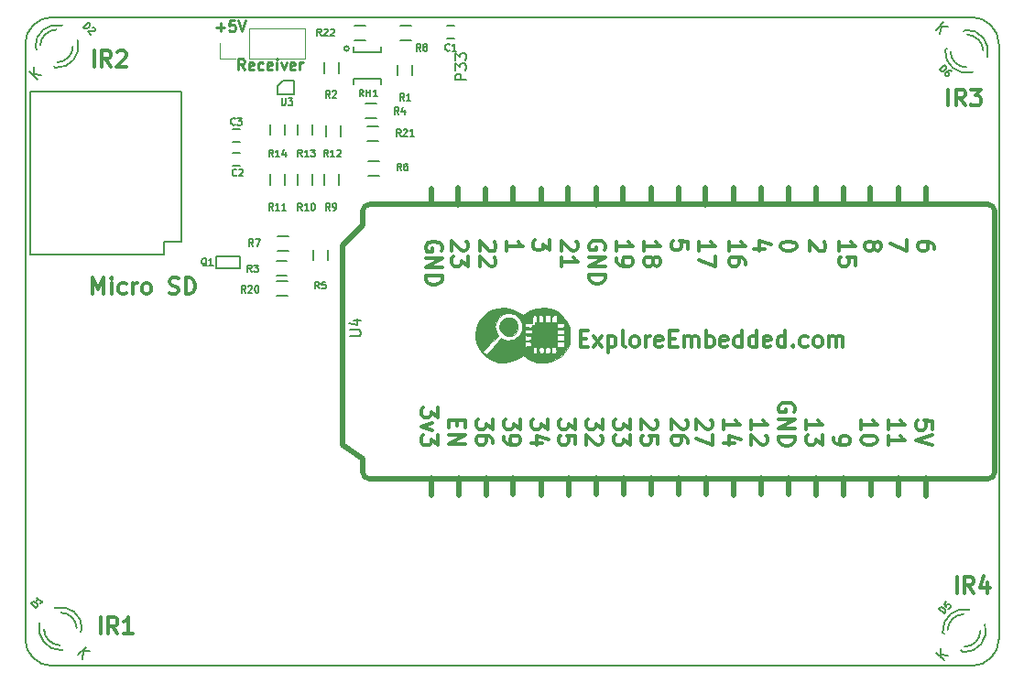
<source format=gbr>
G04 #@! TF.FileFunction,Legend,Top*
%FSLAX46Y46*%
G04 Gerber Fmt 4.6, Leading zero omitted, Abs format (unit mm)*
G04 Created by KiCad (PCBNEW (2015-01-16 BZR 5376)-product) date 12-May-17 12:05:33 PM*
%MOMM*%
G01*
G04 APERTURE LIST*
%ADD10C,0.100000*%
%ADD11C,0.300000*%
%ADD12C,0.250000*%
%ADD13C,0.500000*%
%ADD14C,0.200000*%
%ADD15C,0.150000*%
%ADD16C,0.120000*%
%ADD17C,0.002540*%
G04 APERTURE END LIST*
D10*
D11*
X96315143Y-79725057D02*
X96815143Y-79725057D01*
X97029429Y-80510771D02*
X96315143Y-80510771D01*
X96315143Y-79010771D01*
X97029429Y-79010771D01*
X97529429Y-80510771D02*
X98315143Y-79510771D01*
X97529429Y-79510771D02*
X98315143Y-80510771D01*
X98886572Y-79510771D02*
X98886572Y-81010771D01*
X98886572Y-79582200D02*
X99029429Y-79510771D01*
X99315143Y-79510771D01*
X99458000Y-79582200D01*
X99529429Y-79653629D01*
X99600858Y-79796486D01*
X99600858Y-80225057D01*
X99529429Y-80367914D01*
X99458000Y-80439343D01*
X99315143Y-80510771D01*
X99029429Y-80510771D01*
X98886572Y-80439343D01*
X100458001Y-80510771D02*
X100315143Y-80439343D01*
X100243715Y-80296486D01*
X100243715Y-79010771D01*
X101243715Y-80510771D02*
X101100857Y-80439343D01*
X101029429Y-80367914D01*
X100958000Y-80225057D01*
X100958000Y-79796486D01*
X101029429Y-79653629D01*
X101100857Y-79582200D01*
X101243715Y-79510771D01*
X101458000Y-79510771D01*
X101600857Y-79582200D01*
X101672286Y-79653629D01*
X101743715Y-79796486D01*
X101743715Y-80225057D01*
X101672286Y-80367914D01*
X101600857Y-80439343D01*
X101458000Y-80510771D01*
X101243715Y-80510771D01*
X102386572Y-80510771D02*
X102386572Y-79510771D01*
X102386572Y-79796486D02*
X102458000Y-79653629D01*
X102529429Y-79582200D01*
X102672286Y-79510771D01*
X102815143Y-79510771D01*
X103886571Y-80439343D02*
X103743714Y-80510771D01*
X103458000Y-80510771D01*
X103315143Y-80439343D01*
X103243714Y-80296486D01*
X103243714Y-79725057D01*
X103315143Y-79582200D01*
X103458000Y-79510771D01*
X103743714Y-79510771D01*
X103886571Y-79582200D01*
X103958000Y-79725057D01*
X103958000Y-79867914D01*
X103243714Y-80010771D01*
X104600857Y-79725057D02*
X105100857Y-79725057D01*
X105315143Y-80510771D02*
X104600857Y-80510771D01*
X104600857Y-79010771D01*
X105315143Y-79010771D01*
X105958000Y-80510771D02*
X105958000Y-79510771D01*
X105958000Y-79653629D02*
X106029428Y-79582200D01*
X106172286Y-79510771D01*
X106386571Y-79510771D01*
X106529428Y-79582200D01*
X106600857Y-79725057D01*
X106600857Y-80510771D01*
X106600857Y-79725057D02*
X106672286Y-79582200D01*
X106815143Y-79510771D01*
X107029428Y-79510771D01*
X107172286Y-79582200D01*
X107243714Y-79725057D01*
X107243714Y-80510771D01*
X107958000Y-80510771D02*
X107958000Y-79010771D01*
X107958000Y-79582200D02*
X108100857Y-79510771D01*
X108386571Y-79510771D01*
X108529428Y-79582200D01*
X108600857Y-79653629D01*
X108672286Y-79796486D01*
X108672286Y-80225057D01*
X108600857Y-80367914D01*
X108529428Y-80439343D01*
X108386571Y-80510771D01*
X108100857Y-80510771D01*
X107958000Y-80439343D01*
X109886571Y-80439343D02*
X109743714Y-80510771D01*
X109458000Y-80510771D01*
X109315143Y-80439343D01*
X109243714Y-80296486D01*
X109243714Y-79725057D01*
X109315143Y-79582200D01*
X109458000Y-79510771D01*
X109743714Y-79510771D01*
X109886571Y-79582200D01*
X109958000Y-79725057D01*
X109958000Y-79867914D01*
X109243714Y-80010771D01*
X111243714Y-80510771D02*
X111243714Y-79010771D01*
X111243714Y-80439343D02*
X111100857Y-80510771D01*
X110815143Y-80510771D01*
X110672285Y-80439343D01*
X110600857Y-80367914D01*
X110529428Y-80225057D01*
X110529428Y-79796486D01*
X110600857Y-79653629D01*
X110672285Y-79582200D01*
X110815143Y-79510771D01*
X111100857Y-79510771D01*
X111243714Y-79582200D01*
X112600857Y-80510771D02*
X112600857Y-79010771D01*
X112600857Y-80439343D02*
X112458000Y-80510771D01*
X112172286Y-80510771D01*
X112029428Y-80439343D01*
X111958000Y-80367914D01*
X111886571Y-80225057D01*
X111886571Y-79796486D01*
X111958000Y-79653629D01*
X112029428Y-79582200D01*
X112172286Y-79510771D01*
X112458000Y-79510771D01*
X112600857Y-79582200D01*
X113886571Y-80439343D02*
X113743714Y-80510771D01*
X113458000Y-80510771D01*
X113315143Y-80439343D01*
X113243714Y-80296486D01*
X113243714Y-79725057D01*
X113315143Y-79582200D01*
X113458000Y-79510771D01*
X113743714Y-79510771D01*
X113886571Y-79582200D01*
X113958000Y-79725057D01*
X113958000Y-79867914D01*
X113243714Y-80010771D01*
X115243714Y-80510771D02*
X115243714Y-79010771D01*
X115243714Y-80439343D02*
X115100857Y-80510771D01*
X114815143Y-80510771D01*
X114672285Y-80439343D01*
X114600857Y-80367914D01*
X114529428Y-80225057D01*
X114529428Y-79796486D01*
X114600857Y-79653629D01*
X114672285Y-79582200D01*
X114815143Y-79510771D01*
X115100857Y-79510771D01*
X115243714Y-79582200D01*
X115958000Y-80367914D02*
X116029428Y-80439343D01*
X115958000Y-80510771D01*
X115886571Y-80439343D01*
X115958000Y-80367914D01*
X115958000Y-80510771D01*
X117315143Y-80439343D02*
X117172286Y-80510771D01*
X116886572Y-80510771D01*
X116743714Y-80439343D01*
X116672286Y-80367914D01*
X116600857Y-80225057D01*
X116600857Y-79796486D01*
X116672286Y-79653629D01*
X116743714Y-79582200D01*
X116886572Y-79510771D01*
X117172286Y-79510771D01*
X117315143Y-79582200D01*
X118172286Y-80510771D02*
X118029428Y-80439343D01*
X117958000Y-80367914D01*
X117886571Y-80225057D01*
X117886571Y-79796486D01*
X117958000Y-79653629D01*
X118029428Y-79582200D01*
X118172286Y-79510771D01*
X118386571Y-79510771D01*
X118529428Y-79582200D01*
X118600857Y-79653629D01*
X118672286Y-79796486D01*
X118672286Y-80225057D01*
X118600857Y-80367914D01*
X118529428Y-80439343D01*
X118386571Y-80510771D01*
X118172286Y-80510771D01*
X119315143Y-80510771D02*
X119315143Y-79510771D01*
X119315143Y-79653629D02*
X119386571Y-79582200D01*
X119529429Y-79510771D01*
X119743714Y-79510771D01*
X119886571Y-79582200D01*
X119958000Y-79725057D01*
X119958000Y-80510771D01*
X119958000Y-79725057D02*
X120029429Y-79582200D01*
X120172286Y-79510771D01*
X120386571Y-79510771D01*
X120529429Y-79582200D01*
X120600857Y-79725057D01*
X120600857Y-80510771D01*
X83117429Y-86098287D02*
X83117429Y-87026858D01*
X82546000Y-86526858D01*
X82546000Y-86741144D01*
X82474571Y-86884001D01*
X82403143Y-86955430D01*
X82260286Y-87026858D01*
X81903143Y-87026858D01*
X81760286Y-86955430D01*
X81688857Y-86884001D01*
X81617429Y-86741144D01*
X81617429Y-86312572D01*
X81688857Y-86169715D01*
X81760286Y-86098287D01*
X82617429Y-87526858D02*
X81617429Y-87884001D01*
X82617429Y-88241143D01*
X83117429Y-88669715D02*
X83117429Y-89598286D01*
X82546000Y-89098286D01*
X82546000Y-89312572D01*
X82474571Y-89455429D01*
X82403143Y-89526858D01*
X82260286Y-89598286D01*
X81903143Y-89598286D01*
X81760286Y-89526858D01*
X81688857Y-89455429D01*
X81617429Y-89312572D01*
X81617429Y-88884000D01*
X81688857Y-88741143D01*
X81760286Y-88669715D01*
X84943143Y-87284857D02*
X84943143Y-87784857D01*
X84157429Y-87999143D02*
X84157429Y-87284857D01*
X85657429Y-87284857D01*
X85657429Y-87999143D01*
X84157429Y-88642000D02*
X85657429Y-88642000D01*
X84157429Y-89499143D01*
X85657429Y-89499143D01*
X88197429Y-87177715D02*
X88197429Y-88106286D01*
X87626000Y-87606286D01*
X87626000Y-87820572D01*
X87554571Y-87963429D01*
X87483143Y-88034858D01*
X87340286Y-88106286D01*
X86983143Y-88106286D01*
X86840286Y-88034858D01*
X86768857Y-87963429D01*
X86697429Y-87820572D01*
X86697429Y-87392000D01*
X86768857Y-87249143D01*
X86840286Y-87177715D01*
X88197429Y-89392000D02*
X88197429Y-89106286D01*
X88126000Y-88963429D01*
X88054571Y-88892000D01*
X87840286Y-88749143D01*
X87554571Y-88677714D01*
X86983143Y-88677714D01*
X86840286Y-88749143D01*
X86768857Y-88820571D01*
X86697429Y-88963429D01*
X86697429Y-89249143D01*
X86768857Y-89392000D01*
X86840286Y-89463429D01*
X86983143Y-89534857D01*
X87340286Y-89534857D01*
X87483143Y-89463429D01*
X87554571Y-89392000D01*
X87626000Y-89249143D01*
X87626000Y-88963429D01*
X87554571Y-88820571D01*
X87483143Y-88749143D01*
X87340286Y-88677714D01*
X90737429Y-87177715D02*
X90737429Y-88106286D01*
X90166000Y-87606286D01*
X90166000Y-87820572D01*
X90094571Y-87963429D01*
X90023143Y-88034858D01*
X89880286Y-88106286D01*
X89523143Y-88106286D01*
X89380286Y-88034858D01*
X89308857Y-87963429D01*
X89237429Y-87820572D01*
X89237429Y-87392000D01*
X89308857Y-87249143D01*
X89380286Y-87177715D01*
X89237429Y-88820571D02*
X89237429Y-89106286D01*
X89308857Y-89249143D01*
X89380286Y-89320571D01*
X89594571Y-89463429D01*
X89880286Y-89534857D01*
X90451714Y-89534857D01*
X90594571Y-89463429D01*
X90666000Y-89392000D01*
X90737429Y-89249143D01*
X90737429Y-88963429D01*
X90666000Y-88820571D01*
X90594571Y-88749143D01*
X90451714Y-88677714D01*
X90094571Y-88677714D01*
X89951714Y-88749143D01*
X89880286Y-88820571D01*
X89808857Y-88963429D01*
X89808857Y-89249143D01*
X89880286Y-89392000D01*
X89951714Y-89463429D01*
X90094571Y-89534857D01*
X93277429Y-87177715D02*
X93277429Y-88106286D01*
X92706000Y-87606286D01*
X92706000Y-87820572D01*
X92634571Y-87963429D01*
X92563143Y-88034858D01*
X92420286Y-88106286D01*
X92063143Y-88106286D01*
X91920286Y-88034858D01*
X91848857Y-87963429D01*
X91777429Y-87820572D01*
X91777429Y-87392000D01*
X91848857Y-87249143D01*
X91920286Y-87177715D01*
X92777429Y-89392000D02*
X91777429Y-89392000D01*
X93348857Y-89034857D02*
X92277429Y-88677714D01*
X92277429Y-89606286D01*
X95817429Y-87177715D02*
X95817429Y-88106286D01*
X95246000Y-87606286D01*
X95246000Y-87820572D01*
X95174571Y-87963429D01*
X95103143Y-88034858D01*
X94960286Y-88106286D01*
X94603143Y-88106286D01*
X94460286Y-88034858D01*
X94388857Y-87963429D01*
X94317429Y-87820572D01*
X94317429Y-87392000D01*
X94388857Y-87249143D01*
X94460286Y-87177715D01*
X95817429Y-89463429D02*
X95817429Y-88749143D01*
X95103143Y-88677714D01*
X95174571Y-88749143D01*
X95246000Y-88892000D01*
X95246000Y-89249143D01*
X95174571Y-89392000D01*
X95103143Y-89463429D01*
X94960286Y-89534857D01*
X94603143Y-89534857D01*
X94460286Y-89463429D01*
X94388857Y-89392000D01*
X94317429Y-89249143D01*
X94317429Y-88892000D01*
X94388857Y-88749143D01*
X94460286Y-88677714D01*
X98357429Y-87177715D02*
X98357429Y-88106286D01*
X97786000Y-87606286D01*
X97786000Y-87820572D01*
X97714571Y-87963429D01*
X97643143Y-88034858D01*
X97500286Y-88106286D01*
X97143143Y-88106286D01*
X97000286Y-88034858D01*
X96928857Y-87963429D01*
X96857429Y-87820572D01*
X96857429Y-87392000D01*
X96928857Y-87249143D01*
X97000286Y-87177715D01*
X98214571Y-88677714D02*
X98286000Y-88749143D01*
X98357429Y-88892000D01*
X98357429Y-89249143D01*
X98286000Y-89392000D01*
X98214571Y-89463429D01*
X98071714Y-89534857D01*
X97928857Y-89534857D01*
X97714571Y-89463429D01*
X96857429Y-88606286D01*
X96857429Y-89534857D01*
X100897429Y-87177715D02*
X100897429Y-88106286D01*
X100326000Y-87606286D01*
X100326000Y-87820572D01*
X100254571Y-87963429D01*
X100183143Y-88034858D01*
X100040286Y-88106286D01*
X99683143Y-88106286D01*
X99540286Y-88034858D01*
X99468857Y-87963429D01*
X99397429Y-87820572D01*
X99397429Y-87392000D01*
X99468857Y-87249143D01*
X99540286Y-87177715D01*
X100897429Y-88606286D02*
X100897429Y-89534857D01*
X100326000Y-89034857D01*
X100326000Y-89249143D01*
X100254571Y-89392000D01*
X100183143Y-89463429D01*
X100040286Y-89534857D01*
X99683143Y-89534857D01*
X99540286Y-89463429D01*
X99468857Y-89392000D01*
X99397429Y-89249143D01*
X99397429Y-88820571D01*
X99468857Y-88677714D01*
X99540286Y-88606286D01*
X103294571Y-87249143D02*
X103366000Y-87320572D01*
X103437429Y-87463429D01*
X103437429Y-87820572D01*
X103366000Y-87963429D01*
X103294571Y-88034858D01*
X103151714Y-88106286D01*
X103008857Y-88106286D01*
X102794571Y-88034858D01*
X101937429Y-87177715D01*
X101937429Y-88106286D01*
X103437429Y-89463429D02*
X103437429Y-88749143D01*
X102723143Y-88677714D01*
X102794571Y-88749143D01*
X102866000Y-88892000D01*
X102866000Y-89249143D01*
X102794571Y-89392000D01*
X102723143Y-89463429D01*
X102580286Y-89534857D01*
X102223143Y-89534857D01*
X102080286Y-89463429D01*
X102008857Y-89392000D01*
X101937429Y-89249143D01*
X101937429Y-88892000D01*
X102008857Y-88749143D01*
X102080286Y-88677714D01*
X106088571Y-87249143D02*
X106160000Y-87320572D01*
X106231429Y-87463429D01*
X106231429Y-87820572D01*
X106160000Y-87963429D01*
X106088571Y-88034858D01*
X105945714Y-88106286D01*
X105802857Y-88106286D01*
X105588571Y-88034858D01*
X104731429Y-87177715D01*
X104731429Y-88106286D01*
X106231429Y-89392000D02*
X106231429Y-89106286D01*
X106160000Y-88963429D01*
X106088571Y-88892000D01*
X105874286Y-88749143D01*
X105588571Y-88677714D01*
X105017143Y-88677714D01*
X104874286Y-88749143D01*
X104802857Y-88820571D01*
X104731429Y-88963429D01*
X104731429Y-89249143D01*
X104802857Y-89392000D01*
X104874286Y-89463429D01*
X105017143Y-89534857D01*
X105374286Y-89534857D01*
X105517143Y-89463429D01*
X105588571Y-89392000D01*
X105660000Y-89249143D01*
X105660000Y-88963429D01*
X105588571Y-88820571D01*
X105517143Y-88749143D01*
X105374286Y-88677714D01*
X108374571Y-87249143D02*
X108446000Y-87320572D01*
X108517429Y-87463429D01*
X108517429Y-87820572D01*
X108446000Y-87963429D01*
X108374571Y-88034858D01*
X108231714Y-88106286D01*
X108088857Y-88106286D01*
X107874571Y-88034858D01*
X107017429Y-87177715D01*
X107017429Y-88106286D01*
X108517429Y-88606286D02*
X108517429Y-89606286D01*
X107017429Y-88963429D01*
X109557429Y-88106286D02*
X109557429Y-87249143D01*
X109557429Y-87677715D02*
X111057429Y-87677715D01*
X110843143Y-87534858D01*
X110700286Y-87392000D01*
X110628857Y-87249143D01*
X110557429Y-89392000D02*
X109557429Y-89392000D01*
X111128857Y-89034857D02*
X110057429Y-88677714D01*
X110057429Y-89606286D01*
X112097429Y-88106286D02*
X112097429Y-87249143D01*
X112097429Y-87677715D02*
X113597429Y-87677715D01*
X113383143Y-87534858D01*
X113240286Y-87392000D01*
X113168857Y-87249143D01*
X113454571Y-88677714D02*
X113526000Y-88749143D01*
X113597429Y-88892000D01*
X113597429Y-89249143D01*
X113526000Y-89392000D01*
X113454571Y-89463429D01*
X113311714Y-89534857D01*
X113168857Y-89534857D01*
X112954571Y-89463429D01*
X112097429Y-88606286D01*
X112097429Y-89534857D01*
X116066000Y-86487143D02*
X116137429Y-86344286D01*
X116137429Y-86130000D01*
X116066000Y-85915715D01*
X115923143Y-85772857D01*
X115780286Y-85701429D01*
X115494571Y-85630000D01*
X115280286Y-85630000D01*
X114994571Y-85701429D01*
X114851714Y-85772857D01*
X114708857Y-85915715D01*
X114637429Y-86130000D01*
X114637429Y-86272857D01*
X114708857Y-86487143D01*
X114780286Y-86558572D01*
X115280286Y-86558572D01*
X115280286Y-86272857D01*
X114637429Y-87201429D02*
X116137429Y-87201429D01*
X114637429Y-88058572D01*
X116137429Y-88058572D01*
X114637429Y-88772858D02*
X116137429Y-88772858D01*
X116137429Y-89130001D01*
X116066000Y-89344286D01*
X115923143Y-89487144D01*
X115780286Y-89558572D01*
X115494571Y-89630001D01*
X115280286Y-89630001D01*
X114994571Y-89558572D01*
X114851714Y-89487144D01*
X114708857Y-89344286D01*
X114637429Y-89130001D01*
X114637429Y-88772858D01*
X117177429Y-88106286D02*
X117177429Y-87249143D01*
X117177429Y-87677715D02*
X118677429Y-87677715D01*
X118463143Y-87534858D01*
X118320286Y-87392000D01*
X118248857Y-87249143D01*
X118677429Y-88606286D02*
X118677429Y-89534857D01*
X118106000Y-89034857D01*
X118106000Y-89249143D01*
X118034571Y-89392000D01*
X117963143Y-89463429D01*
X117820286Y-89534857D01*
X117463143Y-89534857D01*
X117320286Y-89463429D01*
X117248857Y-89392000D01*
X117177429Y-89249143D01*
X117177429Y-88820571D01*
X117248857Y-88677714D01*
X117320286Y-88606286D01*
X119717429Y-88868286D02*
X119717429Y-89154001D01*
X119788857Y-89296858D01*
X119860286Y-89368286D01*
X120074571Y-89511144D01*
X120360286Y-89582572D01*
X120931714Y-89582572D01*
X121074571Y-89511144D01*
X121146000Y-89439715D01*
X121217429Y-89296858D01*
X121217429Y-89011144D01*
X121146000Y-88868286D01*
X121074571Y-88796858D01*
X120931714Y-88725429D01*
X120574571Y-88725429D01*
X120431714Y-88796858D01*
X120360286Y-88868286D01*
X120288857Y-89011144D01*
X120288857Y-89296858D01*
X120360286Y-89439715D01*
X120431714Y-89511144D01*
X120574571Y-89582572D01*
X122257429Y-88106286D02*
X122257429Y-87249143D01*
X122257429Y-87677715D02*
X123757429Y-87677715D01*
X123543143Y-87534858D01*
X123400286Y-87392000D01*
X123328857Y-87249143D01*
X123757429Y-89034857D02*
X123757429Y-89177714D01*
X123686000Y-89320571D01*
X123614571Y-89392000D01*
X123471714Y-89463429D01*
X123186000Y-89534857D01*
X122828857Y-89534857D01*
X122543143Y-89463429D01*
X122400286Y-89392000D01*
X122328857Y-89320571D01*
X122257429Y-89177714D01*
X122257429Y-89034857D01*
X122328857Y-88892000D01*
X122400286Y-88820571D01*
X122543143Y-88749143D01*
X122828857Y-88677714D01*
X123186000Y-88677714D01*
X123471714Y-88749143D01*
X123614571Y-88820571D01*
X123686000Y-88892000D01*
X123757429Y-89034857D01*
X124797429Y-88106286D02*
X124797429Y-87249143D01*
X124797429Y-87677715D02*
X126297429Y-87677715D01*
X126083143Y-87534858D01*
X125940286Y-87392000D01*
X125868857Y-87249143D01*
X124797429Y-89534857D02*
X124797429Y-88677714D01*
X124797429Y-89106286D02*
X126297429Y-89106286D01*
X126083143Y-88963429D01*
X125940286Y-88820571D01*
X125868857Y-88677714D01*
X128837429Y-88106287D02*
X128837429Y-87392001D01*
X128123143Y-87320572D01*
X128194571Y-87392001D01*
X128266000Y-87534858D01*
X128266000Y-87892001D01*
X128194571Y-88034858D01*
X128123143Y-88106287D01*
X127980286Y-88177715D01*
X127623143Y-88177715D01*
X127480286Y-88106287D01*
X127408857Y-88034858D01*
X127337429Y-87892001D01*
X127337429Y-87534858D01*
X127408857Y-87392001D01*
X127480286Y-87320572D01*
X128837429Y-88606286D02*
X127337429Y-89106286D01*
X128837429Y-89606286D01*
X83452400Y-71602743D02*
X83523829Y-71459886D01*
X83523829Y-71245600D01*
X83452400Y-71031315D01*
X83309543Y-70888457D01*
X83166686Y-70817029D01*
X82880971Y-70745600D01*
X82666686Y-70745600D01*
X82380971Y-70817029D01*
X82238114Y-70888457D01*
X82095257Y-71031315D01*
X82023829Y-71245600D01*
X82023829Y-71388457D01*
X82095257Y-71602743D01*
X82166686Y-71674172D01*
X82666686Y-71674172D01*
X82666686Y-71388457D01*
X82023829Y-72317029D02*
X83523829Y-72317029D01*
X82023829Y-73174172D01*
X83523829Y-73174172D01*
X82023829Y-73888458D02*
X83523829Y-73888458D01*
X83523829Y-74245601D01*
X83452400Y-74459886D01*
X83309543Y-74602744D01*
X83166686Y-74674172D01*
X82880971Y-74745601D01*
X82666686Y-74745601D01*
X82380971Y-74674172D01*
X82238114Y-74602744D01*
X82095257Y-74459886D01*
X82023829Y-74245601D01*
X82023829Y-73888458D01*
X85768571Y-70739143D02*
X85840000Y-70810572D01*
X85911429Y-70953429D01*
X85911429Y-71310572D01*
X85840000Y-71453429D01*
X85768571Y-71524858D01*
X85625714Y-71596286D01*
X85482857Y-71596286D01*
X85268571Y-71524858D01*
X84411429Y-70667715D01*
X84411429Y-71596286D01*
X85911429Y-72096286D02*
X85911429Y-73024857D01*
X85340000Y-72524857D01*
X85340000Y-72739143D01*
X85268571Y-72882000D01*
X85197143Y-72953429D01*
X85054286Y-73024857D01*
X84697143Y-73024857D01*
X84554286Y-72953429D01*
X84482857Y-72882000D01*
X84411429Y-72739143D01*
X84411429Y-72310571D01*
X84482857Y-72167714D01*
X84554286Y-72096286D01*
X88359371Y-70789943D02*
X88430800Y-70861372D01*
X88502229Y-71004229D01*
X88502229Y-71361372D01*
X88430800Y-71504229D01*
X88359371Y-71575658D01*
X88216514Y-71647086D01*
X88073657Y-71647086D01*
X87859371Y-71575658D01*
X87002229Y-70718515D01*
X87002229Y-71647086D01*
X88359371Y-72218514D02*
X88430800Y-72289943D01*
X88502229Y-72432800D01*
X88502229Y-72789943D01*
X88430800Y-72932800D01*
X88359371Y-73004229D01*
X88216514Y-73075657D01*
X88073657Y-73075657D01*
X87859371Y-73004229D01*
X87002229Y-72147086D01*
X87002229Y-73075657D01*
X89491429Y-71650172D02*
X89491429Y-70793029D01*
X89491429Y-71221601D02*
X90991429Y-71221601D01*
X90777143Y-71078744D01*
X90634286Y-70935886D01*
X90562857Y-70793029D01*
X93480629Y-70620001D02*
X93480629Y-71548572D01*
X92909200Y-71048572D01*
X92909200Y-71262858D01*
X92837771Y-71405715D01*
X92766343Y-71477144D01*
X92623486Y-71548572D01*
X92266343Y-71548572D01*
X92123486Y-71477144D01*
X92052057Y-71405715D01*
X91980629Y-71262858D01*
X91980629Y-70834286D01*
X92052057Y-70691429D01*
X92123486Y-70620001D01*
X95928571Y-70739143D02*
X96000000Y-70810572D01*
X96071429Y-70953429D01*
X96071429Y-71310572D01*
X96000000Y-71453429D01*
X95928571Y-71524858D01*
X95785714Y-71596286D01*
X95642857Y-71596286D01*
X95428571Y-71524858D01*
X94571429Y-70667715D01*
X94571429Y-71596286D01*
X94571429Y-73024857D02*
X94571429Y-72167714D01*
X94571429Y-72596286D02*
X96071429Y-72596286D01*
X95857143Y-72453429D01*
X95714286Y-72310571D01*
X95642857Y-72167714D01*
X98540000Y-71501143D02*
X98611429Y-71358286D01*
X98611429Y-71144000D01*
X98540000Y-70929715D01*
X98397143Y-70786857D01*
X98254286Y-70715429D01*
X97968571Y-70644000D01*
X97754286Y-70644000D01*
X97468571Y-70715429D01*
X97325714Y-70786857D01*
X97182857Y-70929715D01*
X97111429Y-71144000D01*
X97111429Y-71286857D01*
X97182857Y-71501143D01*
X97254286Y-71572572D01*
X97754286Y-71572572D01*
X97754286Y-71286857D01*
X97111429Y-72215429D02*
X98611429Y-72215429D01*
X97111429Y-73072572D01*
X98611429Y-73072572D01*
X97111429Y-73786858D02*
X98611429Y-73786858D01*
X98611429Y-74144001D01*
X98540000Y-74358286D01*
X98397143Y-74501144D01*
X98254286Y-74572572D01*
X97968571Y-74644001D01*
X97754286Y-74644001D01*
X97468571Y-74572572D01*
X97325714Y-74501144D01*
X97182857Y-74358286D01*
X97111429Y-74144001D01*
X97111429Y-73786858D01*
X99651429Y-71596286D02*
X99651429Y-70739143D01*
X99651429Y-71167715D02*
X101151429Y-71167715D01*
X100937143Y-71024858D01*
X100794286Y-70882000D01*
X100722857Y-70739143D01*
X99651429Y-72310571D02*
X99651429Y-72596286D01*
X99722857Y-72739143D01*
X99794286Y-72810571D01*
X100008571Y-72953429D01*
X100294286Y-73024857D01*
X100865714Y-73024857D01*
X101008571Y-72953429D01*
X101080000Y-72882000D01*
X101151429Y-72739143D01*
X101151429Y-72453429D01*
X101080000Y-72310571D01*
X101008571Y-72239143D01*
X100865714Y-72167714D01*
X100508571Y-72167714D01*
X100365714Y-72239143D01*
X100294286Y-72310571D01*
X100222857Y-72453429D01*
X100222857Y-72739143D01*
X100294286Y-72882000D01*
X100365714Y-72953429D01*
X100508571Y-73024857D01*
X102191429Y-71596286D02*
X102191429Y-70739143D01*
X102191429Y-71167715D02*
X103691429Y-71167715D01*
X103477143Y-71024858D01*
X103334286Y-70882000D01*
X103262857Y-70739143D01*
X103048571Y-72453429D02*
X103120000Y-72310571D01*
X103191429Y-72239143D01*
X103334286Y-72167714D01*
X103405714Y-72167714D01*
X103548571Y-72239143D01*
X103620000Y-72310571D01*
X103691429Y-72453429D01*
X103691429Y-72739143D01*
X103620000Y-72882000D01*
X103548571Y-72953429D01*
X103405714Y-73024857D01*
X103334286Y-73024857D01*
X103191429Y-72953429D01*
X103120000Y-72882000D01*
X103048571Y-72739143D01*
X103048571Y-72453429D01*
X102977143Y-72310571D01*
X102905714Y-72239143D01*
X102762857Y-72167714D01*
X102477143Y-72167714D01*
X102334286Y-72239143D01*
X102262857Y-72310571D01*
X102191429Y-72453429D01*
X102191429Y-72739143D01*
X102262857Y-72882000D01*
X102334286Y-72953429D01*
X102477143Y-73024857D01*
X102762857Y-73024857D01*
X102905714Y-72953429D01*
X102977143Y-72882000D01*
X103048571Y-72739143D01*
X106231429Y-71477144D02*
X106231429Y-70762858D01*
X105517143Y-70691429D01*
X105588571Y-70762858D01*
X105660000Y-70905715D01*
X105660000Y-71262858D01*
X105588571Y-71405715D01*
X105517143Y-71477144D01*
X105374286Y-71548572D01*
X105017143Y-71548572D01*
X104874286Y-71477144D01*
X104802857Y-71405715D01*
X104731429Y-71262858D01*
X104731429Y-70905715D01*
X104802857Y-70762858D01*
X104874286Y-70691429D01*
X107271429Y-71596286D02*
X107271429Y-70739143D01*
X107271429Y-71167715D02*
X108771429Y-71167715D01*
X108557143Y-71024858D01*
X108414286Y-70882000D01*
X108342857Y-70739143D01*
X108771429Y-72096286D02*
X108771429Y-73096286D01*
X107271429Y-72453429D01*
X110065429Y-71596286D02*
X110065429Y-70739143D01*
X110065429Y-71167715D02*
X111565429Y-71167715D01*
X111351143Y-71024858D01*
X111208286Y-70882000D01*
X111136857Y-70739143D01*
X111565429Y-72882000D02*
X111565429Y-72596286D01*
X111494000Y-72453429D01*
X111422571Y-72382000D01*
X111208286Y-72239143D01*
X110922571Y-72167714D01*
X110351143Y-72167714D01*
X110208286Y-72239143D01*
X110136857Y-72310571D01*
X110065429Y-72453429D01*
X110065429Y-72739143D01*
X110136857Y-72882000D01*
X110208286Y-72953429D01*
X110351143Y-73024857D01*
X110708286Y-73024857D01*
X110851143Y-72953429D01*
X110922571Y-72882000D01*
X110994000Y-72739143D01*
X110994000Y-72453429D01*
X110922571Y-72310571D01*
X110851143Y-72239143D01*
X110708286Y-72167714D01*
X113351429Y-71405715D02*
X112351429Y-71405715D01*
X113922857Y-71048572D02*
X112851429Y-70691429D01*
X112851429Y-71620001D01*
X114799371Y-71242228D02*
X114799371Y-71099371D01*
X114870800Y-70956514D01*
X114942229Y-70885085D01*
X115085086Y-70813656D01*
X115370800Y-70742228D01*
X115727943Y-70742228D01*
X116013657Y-70813656D01*
X116156514Y-70885085D01*
X116227943Y-70956514D01*
X116299371Y-71099371D01*
X116299371Y-71242228D01*
X116227943Y-71385085D01*
X116156514Y-71456514D01*
X116013657Y-71527942D01*
X115727943Y-71599371D01*
X115370800Y-71599371D01*
X115085086Y-71527942D01*
X114942229Y-71456514D01*
X114870800Y-71385085D01*
X114799371Y-71242228D01*
X118839371Y-70793029D02*
X118910800Y-70864458D01*
X118982229Y-71007315D01*
X118982229Y-71364458D01*
X118910800Y-71507315D01*
X118839371Y-71578744D01*
X118696514Y-71650172D01*
X118553657Y-71650172D01*
X118339371Y-71578744D01*
X117482229Y-70721601D01*
X117482229Y-71650172D01*
X120225429Y-71596286D02*
X120225429Y-70739143D01*
X120225429Y-71167715D02*
X121725429Y-71167715D01*
X121511143Y-71024858D01*
X121368286Y-70882000D01*
X121296857Y-70739143D01*
X121725429Y-72953429D02*
X121725429Y-72239143D01*
X121011143Y-72167714D01*
X121082571Y-72239143D01*
X121154000Y-72382000D01*
X121154000Y-72739143D01*
X121082571Y-72882000D01*
X121011143Y-72953429D01*
X120868286Y-73024857D01*
X120511143Y-73024857D01*
X120368286Y-72953429D01*
X120296857Y-72882000D01*
X120225429Y-72739143D01*
X120225429Y-72382000D01*
X120296857Y-72239143D01*
X120368286Y-72167714D01*
X123470171Y-71027944D02*
X123541600Y-70885086D01*
X123613029Y-70813658D01*
X123755886Y-70742229D01*
X123827314Y-70742229D01*
X123970171Y-70813658D01*
X124041600Y-70885086D01*
X124113029Y-71027944D01*
X124113029Y-71313658D01*
X124041600Y-71456515D01*
X123970171Y-71527944D01*
X123827314Y-71599372D01*
X123755886Y-71599372D01*
X123613029Y-71527944D01*
X123541600Y-71456515D01*
X123470171Y-71313658D01*
X123470171Y-71027944D01*
X123398743Y-70885086D01*
X123327314Y-70813658D01*
X123184457Y-70742229D01*
X122898743Y-70742229D01*
X122755886Y-70813658D01*
X122684457Y-70885086D01*
X122613029Y-71027944D01*
X122613029Y-71313658D01*
X122684457Y-71456515D01*
X122755886Y-71527944D01*
X122898743Y-71599372D01*
X123184457Y-71599372D01*
X123327314Y-71527944D01*
X123398743Y-71456515D01*
X123470171Y-71313658D01*
X126500629Y-70620001D02*
X126500629Y-71620001D01*
X125000629Y-70977144D01*
X129040629Y-71456515D02*
X129040629Y-71170801D01*
X128969200Y-71027944D01*
X128897771Y-70956515D01*
X128683486Y-70813658D01*
X128397771Y-70742229D01*
X127826343Y-70742229D01*
X127683486Y-70813658D01*
X127612057Y-70885086D01*
X127540629Y-71027944D01*
X127540629Y-71313658D01*
X127612057Y-71456515D01*
X127683486Y-71527944D01*
X127826343Y-71599372D01*
X128183486Y-71599372D01*
X128326343Y-71527944D01*
X128397771Y-71456515D01*
X128469200Y-71313658D01*
X128469200Y-71027944D01*
X128397771Y-70885086D01*
X128326343Y-70813658D01*
X128183486Y-70742229D01*
X51252229Y-75608571D02*
X51252229Y-74108571D01*
X51752229Y-75180000D01*
X52252229Y-74108571D01*
X52252229Y-75608571D01*
X52966515Y-75608571D02*
X52966515Y-74608571D01*
X52966515Y-74108571D02*
X52895086Y-74180000D01*
X52966515Y-74251429D01*
X53037943Y-74180000D01*
X52966515Y-74108571D01*
X52966515Y-74251429D01*
X54323658Y-75537143D02*
X54180801Y-75608571D01*
X53895087Y-75608571D01*
X53752229Y-75537143D01*
X53680801Y-75465714D01*
X53609372Y-75322857D01*
X53609372Y-74894286D01*
X53680801Y-74751429D01*
X53752229Y-74680000D01*
X53895087Y-74608571D01*
X54180801Y-74608571D01*
X54323658Y-74680000D01*
X54966515Y-75608571D02*
X54966515Y-74608571D01*
X54966515Y-74894286D02*
X55037943Y-74751429D01*
X55109372Y-74680000D01*
X55252229Y-74608571D01*
X55395086Y-74608571D01*
X56109372Y-75608571D02*
X55966514Y-75537143D01*
X55895086Y-75465714D01*
X55823657Y-75322857D01*
X55823657Y-74894286D01*
X55895086Y-74751429D01*
X55966514Y-74680000D01*
X56109372Y-74608571D01*
X56323657Y-74608571D01*
X56466514Y-74680000D01*
X56537943Y-74751429D01*
X56609372Y-74894286D01*
X56609372Y-75322857D01*
X56537943Y-75465714D01*
X56466514Y-75537143D01*
X56323657Y-75608571D01*
X56109372Y-75608571D01*
X58323657Y-75537143D02*
X58537943Y-75608571D01*
X58895086Y-75608571D01*
X59037943Y-75537143D01*
X59109372Y-75465714D01*
X59180800Y-75322857D01*
X59180800Y-75180000D01*
X59109372Y-75037143D01*
X59037943Y-74965714D01*
X58895086Y-74894286D01*
X58609372Y-74822857D01*
X58466514Y-74751429D01*
X58395086Y-74680000D01*
X58323657Y-74537143D01*
X58323657Y-74394286D01*
X58395086Y-74251429D01*
X58466514Y-74180000D01*
X58609372Y-74108571D01*
X58966514Y-74108571D01*
X59180800Y-74180000D01*
X59823657Y-75608571D02*
X59823657Y-74108571D01*
X60180800Y-74108571D01*
X60395085Y-74180000D01*
X60537943Y-74322857D01*
X60609371Y-74465714D01*
X60680800Y-74751429D01*
X60680800Y-74965714D01*
X60609371Y-75251429D01*
X60537943Y-75394286D01*
X60395085Y-75537143D01*
X60180800Y-75608571D01*
X59823657Y-75608571D01*
X131123715Y-103243771D02*
X131123715Y-101743771D01*
X132695144Y-103243771D02*
X132195144Y-102529486D01*
X131838001Y-103243771D02*
X131838001Y-101743771D01*
X132409429Y-101743771D01*
X132552287Y-101815200D01*
X132623715Y-101886629D01*
X132695144Y-102029486D01*
X132695144Y-102243771D01*
X132623715Y-102386629D01*
X132552287Y-102458057D01*
X132409429Y-102529486D01*
X131838001Y-102529486D01*
X133980858Y-102243771D02*
X133980858Y-103243771D01*
X133623715Y-101672343D02*
X133266572Y-102743771D01*
X134195144Y-102743771D01*
X130310915Y-58184171D02*
X130310915Y-56684171D01*
X131882344Y-58184171D02*
X131382344Y-57469886D01*
X131025201Y-58184171D02*
X131025201Y-56684171D01*
X131596629Y-56684171D01*
X131739487Y-56755600D01*
X131810915Y-56827029D01*
X131882344Y-56969886D01*
X131882344Y-57184171D01*
X131810915Y-57327029D01*
X131739487Y-57398457D01*
X131596629Y-57469886D01*
X131025201Y-57469886D01*
X132382344Y-56684171D02*
X133310915Y-56684171D01*
X132810915Y-57255600D01*
X133025201Y-57255600D01*
X133168058Y-57327029D01*
X133239487Y-57398457D01*
X133310915Y-57541314D01*
X133310915Y-57898457D01*
X133239487Y-58041314D01*
X133168058Y-58112743D01*
X133025201Y-58184171D01*
X132596629Y-58184171D01*
X132453772Y-58112743D01*
X132382344Y-58041314D01*
X51367715Y-54577371D02*
X51367715Y-53077371D01*
X52939144Y-54577371D02*
X52439144Y-53863086D01*
X52082001Y-54577371D02*
X52082001Y-53077371D01*
X52653429Y-53077371D01*
X52796287Y-53148800D01*
X52867715Y-53220229D01*
X52939144Y-53363086D01*
X52939144Y-53577371D01*
X52867715Y-53720229D01*
X52796287Y-53791657D01*
X52653429Y-53863086D01*
X52082001Y-53863086D01*
X53510572Y-53220229D02*
X53582001Y-53148800D01*
X53724858Y-53077371D01*
X54082001Y-53077371D01*
X54224858Y-53148800D01*
X54296287Y-53220229D01*
X54367715Y-53363086D01*
X54367715Y-53505943D01*
X54296287Y-53720229D01*
X53439144Y-54577371D01*
X54367715Y-54577371D01*
X51977315Y-107002971D02*
X51977315Y-105502971D01*
X53548744Y-107002971D02*
X53048744Y-106288686D01*
X52691601Y-107002971D02*
X52691601Y-105502971D01*
X53263029Y-105502971D01*
X53405887Y-105574400D01*
X53477315Y-105645829D01*
X53548744Y-105788686D01*
X53548744Y-106002971D01*
X53477315Y-106145829D01*
X53405887Y-106217257D01*
X53263029Y-106288686D01*
X52691601Y-106288686D01*
X54977315Y-107002971D02*
X54120172Y-107002971D01*
X54548744Y-107002971D02*
X54548744Y-105502971D01*
X54405887Y-105717257D01*
X54263029Y-105860114D01*
X54120172Y-105931543D01*
D12*
X62671486Y-50922229D02*
X63433391Y-50922229D01*
X63052439Y-51303181D02*
X63052439Y-50541276D01*
X64385772Y-50303181D02*
X63909581Y-50303181D01*
X63861962Y-50779371D01*
X63909581Y-50731752D01*
X64004819Y-50684133D01*
X64242915Y-50684133D01*
X64338153Y-50731752D01*
X64385772Y-50779371D01*
X64433391Y-50874610D01*
X64433391Y-51112705D01*
X64385772Y-51207943D01*
X64338153Y-51255562D01*
X64242915Y-51303181D01*
X64004819Y-51303181D01*
X63909581Y-51255562D01*
X63861962Y-51207943D01*
X64719105Y-50303181D02*
X65052438Y-51303181D01*
X65385772Y-50303181D01*
X65281467Y-54859181D02*
X64948133Y-54382990D01*
X64710038Y-54859181D02*
X64710038Y-53859181D01*
X65090991Y-53859181D01*
X65186229Y-53906800D01*
X65233848Y-53954419D01*
X65281467Y-54049657D01*
X65281467Y-54192514D01*
X65233848Y-54287752D01*
X65186229Y-54335371D01*
X65090991Y-54382990D01*
X64710038Y-54382990D01*
X66090991Y-54811562D02*
X65995753Y-54859181D01*
X65805276Y-54859181D01*
X65710038Y-54811562D01*
X65662419Y-54716324D01*
X65662419Y-54335371D01*
X65710038Y-54240133D01*
X65805276Y-54192514D01*
X65995753Y-54192514D01*
X66090991Y-54240133D01*
X66138610Y-54335371D01*
X66138610Y-54430610D01*
X65662419Y-54525848D01*
X66995753Y-54811562D02*
X66900515Y-54859181D01*
X66710038Y-54859181D01*
X66614800Y-54811562D01*
X66567181Y-54763943D01*
X66519562Y-54668705D01*
X66519562Y-54382990D01*
X66567181Y-54287752D01*
X66614800Y-54240133D01*
X66710038Y-54192514D01*
X66900515Y-54192514D01*
X66995753Y-54240133D01*
X67805277Y-54811562D02*
X67710039Y-54859181D01*
X67519562Y-54859181D01*
X67424324Y-54811562D01*
X67376705Y-54716324D01*
X67376705Y-54335371D01*
X67424324Y-54240133D01*
X67519562Y-54192514D01*
X67710039Y-54192514D01*
X67805277Y-54240133D01*
X67852896Y-54335371D01*
X67852896Y-54430610D01*
X67376705Y-54525848D01*
X68281467Y-54859181D02*
X68281467Y-54192514D01*
X68281467Y-53859181D02*
X68233848Y-53906800D01*
X68281467Y-53954419D01*
X68329086Y-53906800D01*
X68281467Y-53859181D01*
X68281467Y-53954419D01*
X68662419Y-54192514D02*
X68900514Y-54859181D01*
X69138610Y-54192514D01*
X69900515Y-54811562D02*
X69805277Y-54859181D01*
X69614800Y-54859181D01*
X69519562Y-54811562D01*
X69471943Y-54716324D01*
X69471943Y-54335371D01*
X69519562Y-54240133D01*
X69614800Y-54192514D01*
X69805277Y-54192514D01*
X69900515Y-54240133D01*
X69948134Y-54335371D01*
X69948134Y-54430610D01*
X69471943Y-54525848D01*
X70376705Y-54859181D02*
X70376705Y-54192514D01*
X70376705Y-54382990D02*
X70424324Y-54287752D01*
X70471943Y-54240133D01*
X70567181Y-54192514D01*
X70662420Y-54192514D01*
D13*
X128270000Y-92608400D02*
X128270000Y-94284800D01*
X125730000Y-92608400D02*
X125730000Y-94183200D01*
X123190000Y-92659200D02*
X123190000Y-94183200D01*
X120650000Y-92608400D02*
X120650000Y-94183200D01*
X118110000Y-92608400D02*
X118110000Y-94183200D01*
X115570000Y-92608400D02*
X115570000Y-94132400D01*
X113030000Y-92608400D02*
X113030000Y-94132400D01*
D14*
X110490000Y-94183200D02*
X110540800Y-94183200D01*
D13*
X110490000Y-92659200D02*
X110490000Y-94183200D01*
X107950000Y-92608400D02*
X107950000Y-94132400D01*
X105410000Y-92608400D02*
X105410000Y-94132400D01*
X102870000Y-92608400D02*
X102870000Y-94132400D01*
X100330000Y-92608400D02*
X100330000Y-94132400D01*
X97790000Y-92608400D02*
X97790000Y-94132400D01*
X95250000Y-92608400D02*
X95250000Y-94183200D01*
X92710000Y-92659200D02*
X92710000Y-94183200D01*
D14*
X90119200Y-94132400D02*
X90170000Y-94132400D01*
D13*
X90119200Y-92608400D02*
X90119200Y-94132400D01*
D14*
X87630000Y-94183200D02*
X87579200Y-94183200D01*
D13*
X87630000Y-92608400D02*
X87630000Y-94183200D01*
X85090000Y-92608400D02*
X85090000Y-94183200D01*
X82550000Y-92608400D02*
X82550000Y-94183200D01*
X128270000Y-65735200D02*
X128270000Y-67310000D01*
D14*
X125730000Y-67310000D02*
X125679200Y-67310000D01*
D13*
X125730000Y-65786000D02*
X125730000Y-67310000D01*
X123139200Y-65786000D02*
X123139200Y-67310000D01*
X120650000Y-65786000D02*
X120650000Y-67310000D01*
D14*
X118110000Y-67310000D02*
X118059200Y-67310000D01*
D13*
X118110000Y-65786000D02*
X118110000Y-67310000D01*
X115570000Y-65786000D02*
X115570000Y-67310000D01*
D14*
X113030000Y-67310000D02*
X112979200Y-67310000D01*
D13*
X113030000Y-65786000D02*
X113030000Y-67310000D01*
X110490000Y-65786000D02*
X110490000Y-67310000D01*
X107899200Y-65786000D02*
X107899200Y-67360800D01*
X105410000Y-65786000D02*
X105410000Y-67310000D01*
X102870000Y-65786000D02*
X102870000Y-67310000D01*
X100279200Y-65786000D02*
X100279200Y-67310000D01*
D14*
X97790000Y-67360800D02*
X97840800Y-67360800D01*
D13*
X97790000Y-65786000D02*
X97790000Y-67360800D01*
D14*
X95199200Y-67310000D02*
X95250000Y-67310000D01*
D13*
X95199200Y-65786000D02*
X95199200Y-67310000D01*
D14*
X92710000Y-67310000D02*
X92760800Y-67310000D01*
D13*
X92710000Y-65836800D02*
X92710000Y-67310000D01*
D14*
X90119200Y-67310000D02*
X90170000Y-67310000D01*
D13*
X90119200Y-65786000D02*
X90119200Y-67310000D01*
X87579200Y-65836800D02*
X87579200Y-67310000D01*
D14*
X85039200Y-67360800D02*
X84988400Y-67360800D01*
D13*
X85039200Y-65786000D02*
X85039200Y-67360800D01*
X82550000Y-65836800D02*
X82550000Y-67310000D01*
D15*
X45000000Y-52500000D02*
X45000000Y-107500000D01*
X132500000Y-50000000D02*
X47500000Y-50000000D01*
X135000000Y-107500000D02*
X135000000Y-52500000D01*
X47500000Y-110000000D02*
X132500000Y-110000000D01*
X45000000Y-107500000D02*
G75*
G03X47500000Y-110000000I2500000J0D01*
G01*
X132500000Y-110000000D02*
G75*
G03X135000000Y-107500000I0J2500000D01*
G01*
X135000000Y-52500000D02*
G75*
G03X132500000Y-50000000I-2500000J0D01*
G01*
X47500000Y-50000000D02*
G75*
G03X45000000Y-52500000I0J-2500000D01*
G01*
X69838000Y-55888000D02*
X69838000Y-57138000D01*
X69838000Y-57138000D02*
X68338000Y-57138000D01*
X68338000Y-57138000D02*
X68338000Y-56388000D01*
X68338000Y-56388000D02*
X68838000Y-55888000D01*
X68838000Y-55888000D02*
X69838000Y-55888000D01*
D13*
X76835000Y-92710000D02*
X82550000Y-92710000D01*
X76200000Y-92075000D02*
X76200000Y-91440000D01*
X133985000Y-92710000D02*
X82550000Y-92710000D01*
X134620000Y-67945000D02*
X134620000Y-92075000D01*
X133985000Y-67310000D02*
X125095000Y-67310000D01*
X76835000Y-67310000D02*
X125730000Y-67310000D01*
X76200000Y-67945000D02*
X76200000Y-69215000D01*
X76835000Y-67310000D02*
G75*
G03X76200000Y-67945000I0J-635000D01*
G01*
X76200000Y-92075000D02*
G75*
G03X76835000Y-92710000I635000J0D01*
G01*
X133985000Y-92710000D02*
G75*
G03X134620000Y-92075000I0J635000D01*
G01*
X134620000Y-67945000D02*
G75*
G03X133985000Y-67310000I-635000J0D01*
G01*
X76200000Y-69215000D02*
X74295000Y-71120000D01*
X74295000Y-71120000D02*
X74295000Y-73660000D01*
X76200000Y-91440000D02*
X76200000Y-90805000D01*
X76200000Y-90805000D02*
X74295000Y-89535000D01*
X74295000Y-89535000D02*
X74295000Y-73660000D01*
D15*
X50244253Y-106704376D02*
X50102831Y-106845797D01*
X48410018Y-108538611D02*
X48537297Y-108411332D01*
X46347113Y-106036795D02*
G75*
G03X48405775Y-108542854I1931383J-512017D01*
G01*
X46733416Y-106606132D02*
G75*
G03X48219806Y-108093841I1545080J57320D01*
G01*
X50254114Y-106676440D02*
G75*
G03X47719881Y-104632553I-1982689J134699D01*
G01*
X49758569Y-106502592D02*
G75*
G03X48296880Y-105068131I-1480073J-46220D01*
G01*
X131649224Y-108715053D02*
X131507803Y-108573631D01*
X129814989Y-106880818D02*
X129942268Y-107008097D01*
X132316805Y-104817913D02*
G75*
G03X129810746Y-106876575I-512017J-1931383D01*
G01*
X131747468Y-105204216D02*
G75*
G03X130259759Y-106690606I57320J-1545080D01*
G01*
X131677160Y-108724914D02*
G75*
G03X133721047Y-106190681I134699J1982689D01*
G01*
X131851008Y-108229369D02*
G75*
G03X133285469Y-106767680I-46220J1480073D01*
G01*
X130044947Y-53010824D02*
X130186369Y-52869403D01*
X131879182Y-51176589D02*
X131751903Y-51303868D01*
X133942087Y-53678405D02*
G75*
G03X131883425Y-51172346I-1931383J512017D01*
G01*
X133555784Y-53109068D02*
G75*
G03X132069394Y-51621359I-1545080J-57320D01*
G01*
X130035086Y-53038760D02*
G75*
G03X132569319Y-55082647I1982689J-134699D01*
G01*
X130530631Y-53212608D02*
G75*
G03X131992320Y-54647069I1480073J46220D01*
G01*
X47778424Y-54663853D02*
X47637003Y-54522431D01*
X45944189Y-52829618D02*
X46071468Y-52956897D01*
X48446005Y-50766713D02*
G75*
G03X45939946Y-52825375I-512017J-1931383D01*
G01*
X47876668Y-51153016D02*
G75*
G03X46388959Y-52639406I57320J-1545080D01*
G01*
X47806360Y-54673714D02*
G75*
G03X49850247Y-52139481I134699J1982689D01*
G01*
X47980208Y-54178169D02*
G75*
G03X49414669Y-52716480I-46220J1480073D01*
G01*
X83978000Y-50809600D02*
X84678000Y-50809600D01*
X84678000Y-52009600D02*
X83978000Y-52009600D01*
X64866000Y-63719000D02*
X64166000Y-63719000D01*
X64166000Y-62519000D02*
X64866000Y-62519000D01*
X64866000Y-61560000D02*
X64166000Y-61560000D01*
X64166000Y-60360000D02*
X64866000Y-60360000D01*
D16*
X65684400Y-53815600D02*
X70884400Y-53815600D01*
X70884400Y-53815600D02*
X70884400Y-51035600D01*
X70884400Y-51035600D02*
X65684400Y-51035600D01*
X65684400Y-51035600D02*
X65684400Y-53815600D01*
X64414400Y-53815600D02*
X63024400Y-53815600D01*
X63024400Y-53815600D02*
X63024400Y-52425600D01*
D15*
X79425000Y-55400000D02*
X79425000Y-54400000D01*
X80775000Y-54400000D02*
X80775000Y-55400000D01*
X72680200Y-55211600D02*
X72680200Y-54211600D01*
X74030200Y-54211600D02*
X74030200Y-55211600D01*
X69200000Y-73875000D02*
X68200000Y-73875000D01*
X68200000Y-72525000D02*
X69200000Y-72525000D01*
X76462000Y-57948200D02*
X77462000Y-57948200D01*
X77462000Y-59298200D02*
X76462000Y-59298200D01*
X71625000Y-72500000D02*
X71625000Y-71500000D01*
X72975000Y-71500000D02*
X72975000Y-72500000D01*
X77716000Y-64632200D02*
X76716000Y-64632200D01*
X76716000Y-63282200D02*
X77716000Y-63282200D01*
X68300000Y-70225000D02*
X69300000Y-70225000D01*
X69300000Y-71575000D02*
X68300000Y-71575000D01*
X79662400Y-50785400D02*
X80662400Y-50785400D01*
X80662400Y-52135400D02*
X79662400Y-52135400D01*
X72625000Y-65500000D02*
X72625000Y-64500000D01*
X73975000Y-64500000D02*
X73975000Y-65500000D01*
X70225000Y-65500000D02*
X70225000Y-64500000D01*
X71575000Y-64500000D02*
X71575000Y-65500000D01*
X67625000Y-65500000D02*
X67625000Y-64500000D01*
X68975000Y-64500000D02*
X68975000Y-65500000D01*
X72825000Y-61000000D02*
X72825000Y-60000000D01*
X74175000Y-60000000D02*
X74175000Y-61000000D01*
X70225000Y-60900000D02*
X70225000Y-59900000D01*
X71575000Y-59900000D02*
X71575000Y-60900000D01*
X67625000Y-60900000D02*
X67625000Y-59900000D01*
X68975000Y-59900000D02*
X68975000Y-60900000D01*
X69232400Y-75757400D02*
X68232400Y-75757400D01*
X68232400Y-74407400D02*
X69232400Y-74407400D01*
X76614400Y-60132600D02*
X77614400Y-60132600D01*
X77614400Y-61482600D02*
X76614400Y-61482600D01*
X45436000Y-71976000D02*
X45436000Y-56876000D01*
X57836000Y-71976000D02*
X45436000Y-71976000D01*
X57836000Y-70776000D02*
X57836000Y-71976000D01*
X59436000Y-70776000D02*
X57836000Y-70776000D01*
X59436000Y-56876000D02*
X45436000Y-56876000D01*
X59436000Y-64176000D02*
X59436000Y-56876000D01*
X59436000Y-56876000D02*
X59036000Y-56876000D01*
X59436000Y-64176000D02*
X59436000Y-70776000D01*
X77856400Y-53207600D02*
X77856400Y-52707600D01*
X75356400Y-53207600D02*
X75356400Y-52707600D01*
X77856400Y-55707600D02*
X77856400Y-56207600D01*
X75356400Y-55707600D02*
X75356400Y-56207600D01*
X75356400Y-55707600D02*
X77856400Y-55707600D01*
X75356400Y-53207600D02*
X77856400Y-53207600D01*
X74930007Y-52907600D02*
G75*
G03X74930007Y-52907600I-223607J0D01*
G01*
X75446000Y-50785400D02*
X76446000Y-50785400D01*
X76446000Y-52135400D02*
X75446000Y-52135400D01*
D17*
G36*
X95366840Y-79438500D02*
X95359220Y-79766160D01*
X95343980Y-79999840D01*
X95308420Y-80180180D01*
X95252540Y-80345280D01*
X95209360Y-80439260D01*
X94909640Y-80939640D01*
X94825820Y-81028540D01*
X94825820Y-78277720D01*
X94498160Y-78277720D01*
X94305120Y-78280260D01*
X94211140Y-78305660D01*
X94175580Y-78371700D01*
X94170500Y-78460600D01*
X94188280Y-78623160D01*
X94256860Y-78701900D01*
X94406720Y-78719680D01*
X94523560Y-78714600D01*
X94691200Y-78694280D01*
X94772480Y-78640940D01*
X94800420Y-78524100D01*
X94805500Y-78486000D01*
X94825820Y-78277720D01*
X94825820Y-81028540D01*
X94818200Y-81038700D01*
X94818200Y-80469740D01*
X94818200Y-80246220D01*
X94818200Y-80020160D01*
X94818200Y-79890620D01*
X94818200Y-79664560D01*
X94818200Y-79438500D01*
X94818200Y-79308960D01*
X94818200Y-79085440D01*
X94818200Y-78859380D01*
X94495620Y-78859380D01*
X94170500Y-78859380D01*
X94170500Y-79085440D01*
X94170500Y-79308960D01*
X94495620Y-79308960D01*
X94818200Y-79308960D01*
X94818200Y-79438500D01*
X94495620Y-79438500D01*
X94170500Y-79438500D01*
X94170500Y-79664560D01*
X94170500Y-79890620D01*
X94495620Y-79890620D01*
X94818200Y-79890620D01*
X94818200Y-80020160D01*
X94495620Y-80020160D01*
X94170500Y-80020160D01*
X94170500Y-80246220D01*
X94170500Y-80469740D01*
X94495620Y-80469740D01*
X94818200Y-80469740D01*
X94818200Y-81038700D01*
X94536260Y-81338420D01*
X94107000Y-81625440D01*
X94107000Y-80827880D01*
X94107000Y-78214220D01*
X94107000Y-77886560D01*
X94107000Y-77558900D01*
X93898720Y-77579220D01*
X93771720Y-77599540D01*
X93705680Y-77655420D01*
X93677740Y-77779880D01*
X93667580Y-77906880D01*
X93649800Y-78214220D01*
X93878400Y-78214220D01*
X94107000Y-78214220D01*
X94107000Y-80827880D01*
X94101920Y-80647540D01*
X94068900Y-80563720D01*
X93982540Y-80535780D01*
X93880940Y-80535780D01*
X93741240Y-80540860D01*
X93677740Y-80581500D01*
X93657420Y-80695800D01*
X93657420Y-80827880D01*
X93659960Y-81005680D01*
X93692980Y-81086960D01*
X93779340Y-81114900D01*
X93880940Y-81117440D01*
X94020640Y-81109820D01*
X94086680Y-81069180D01*
X94104460Y-80954880D01*
X94107000Y-80827880D01*
X94107000Y-81625440D01*
X94076520Y-81648300D01*
X93675200Y-81826100D01*
X93527880Y-81869280D01*
X93527880Y-80827880D01*
X93527880Y-78214220D01*
X93527880Y-77891640D01*
X93527880Y-77566520D01*
X93301820Y-77566520D01*
X93075760Y-77566520D01*
X93075760Y-77891640D01*
X93075760Y-78214220D01*
X93301820Y-78214220D01*
X93527880Y-78214220D01*
X93527880Y-80827880D01*
X93520260Y-80647540D01*
X93487240Y-80563720D01*
X93400880Y-80535780D01*
X93301820Y-80535780D01*
X93162120Y-80540860D01*
X93096080Y-80581500D01*
X93075760Y-80695800D01*
X93075760Y-80827880D01*
X93080840Y-81005680D01*
X93113860Y-81086960D01*
X93200220Y-81114900D01*
X93301820Y-81117440D01*
X93438980Y-81109820D01*
X93505020Y-81069180D01*
X93525340Y-80954880D01*
X93527880Y-80827880D01*
X93527880Y-81869280D01*
X93438980Y-81899760D01*
X93228160Y-81940400D01*
X92981780Y-81950560D01*
X92930980Y-81948020D01*
X92930980Y-80827880D01*
X92925900Y-80647540D01*
X92913200Y-80606900D01*
X92913200Y-78000860D01*
X92913200Y-77891640D01*
X92908120Y-77711300D01*
X92872560Y-77622400D01*
X92783660Y-77589380D01*
X92704920Y-77579220D01*
X92496640Y-77558900D01*
X92496640Y-77891640D01*
X92496640Y-78221840D01*
X92704920Y-78198980D01*
X92834460Y-78181200D01*
X92892880Y-78127860D01*
X92913200Y-78000860D01*
X92913200Y-80606900D01*
X92897960Y-80563720D01*
X92811600Y-80535780D01*
X92715080Y-80535780D01*
X92577920Y-80540860D01*
X92514420Y-80584040D01*
X92496640Y-80698340D01*
X92496640Y-80827880D01*
X92499180Y-81005680D01*
X92532200Y-81086960D01*
X92618560Y-81114900D01*
X92710000Y-81117440D01*
X92842080Y-81109820D01*
X92905580Y-81064100D01*
X92925900Y-80949800D01*
X92930980Y-80827880D01*
X92930980Y-81948020D01*
X92699840Y-81942940D01*
X92379800Y-81920080D01*
X92318840Y-81907380D01*
X92318840Y-80957420D01*
X92316300Y-80924400D01*
X92316300Y-77647800D01*
X92273120Y-77609700D01*
X92143580Y-77581760D01*
X92128340Y-77581760D01*
X91920060Y-77558900D01*
X91902280Y-77932280D01*
X91881960Y-78305660D01*
X91848940Y-78303120D01*
X91848940Y-77988160D01*
X91848940Y-77729080D01*
X91818460Y-77696060D01*
X91785440Y-77729080D01*
X91818460Y-77759560D01*
X91848940Y-77729080D01*
X91848940Y-77988160D01*
X91818460Y-77955140D01*
X91785440Y-77988160D01*
X91818460Y-78021180D01*
X91848940Y-77988160D01*
X91848940Y-78303120D01*
X91544140Y-78285340D01*
X91346020Y-78277720D01*
X91244420Y-78295500D01*
X91208860Y-78353920D01*
X91203780Y-78460600D01*
X91213940Y-78585060D01*
X91269820Y-78646020D01*
X91406980Y-78671420D01*
X91478100Y-78676500D01*
X91688920Y-78686660D01*
X91800680Y-78671420D01*
X91843860Y-78618080D01*
X91848940Y-78564740D01*
X91876880Y-78483460D01*
X91897200Y-78478380D01*
X92047060Y-78473300D01*
X92097860Y-78392020D01*
X92087700Y-78341220D01*
X92090240Y-78239620D01*
X92179140Y-78214220D01*
X92260420Y-78188820D01*
X92293440Y-78094840D01*
X92301060Y-77955140D01*
X92303600Y-77777340D01*
X92313760Y-77663040D01*
X92316300Y-77647800D01*
X92316300Y-80924400D01*
X92311220Y-80827880D01*
X92290900Y-80647540D01*
X92247720Y-80561180D01*
X92161360Y-80535780D01*
X92100400Y-80535780D01*
X91986100Y-80543400D01*
X91932760Y-80594200D01*
X91914980Y-80721200D01*
X91914980Y-80827880D01*
X91917520Y-81005680D01*
X91950540Y-81086960D01*
X92036900Y-81114900D01*
X92123260Y-81117440D01*
X92250260Y-81109820D01*
X92308680Y-81069180D01*
X92318840Y-80957420D01*
X92318840Y-81907380D01*
X92138500Y-81879440D01*
X91917520Y-81808320D01*
X91856560Y-81777840D01*
X91856560Y-78859380D01*
X91531440Y-78859380D01*
X91338400Y-78861920D01*
X91241880Y-78887320D01*
X91208860Y-78953360D01*
X91203780Y-79044800D01*
X91221560Y-79176880D01*
X91295220Y-79245460D01*
X91447620Y-79273400D01*
X91617800Y-79270860D01*
X91760040Y-79248000D01*
X91821000Y-79169260D01*
X91836240Y-79062580D01*
X91856560Y-78859380D01*
X91856560Y-81777840D01*
X91818460Y-81762600D01*
X91818460Y-80246220D01*
X91818460Y-79664560D01*
X91808300Y-79547720D01*
X91760040Y-79486760D01*
X91635580Y-79461360D01*
X91511120Y-79451200D01*
X91203780Y-79430880D01*
X91203780Y-79664560D01*
X91203780Y-79898240D01*
X91511120Y-79877920D01*
X91696540Y-79860140D01*
X91785440Y-79824580D01*
X91813380Y-79745840D01*
X91818460Y-79664560D01*
X91818460Y-80246220D01*
X91808300Y-80126840D01*
X91760040Y-80068420D01*
X91635580Y-80040480D01*
X91511120Y-80030320D01*
X91203780Y-80012540D01*
X91203780Y-80246220D01*
X91203780Y-80477360D01*
X91511120Y-80459580D01*
X91696540Y-80441800D01*
X91785440Y-80403700D01*
X91813380Y-80324960D01*
X91818460Y-80246220D01*
X91818460Y-81762600D01*
X91706700Y-81711800D01*
X91480640Y-81589880D01*
X91292680Y-81470500D01*
X91178380Y-81379060D01*
X91107260Y-81313020D01*
X91041220Y-81297780D01*
X90947240Y-81338420D01*
X90947240Y-78646020D01*
X90904060Y-78295500D01*
X90759280Y-77962760D01*
X90512900Y-77670660D01*
X90375740Y-77561440D01*
X90225880Y-77475080D01*
X90063320Y-77426820D01*
X89842340Y-77409040D01*
X89682320Y-77406500D01*
X89428320Y-77411580D01*
X89255600Y-77434440D01*
X89120980Y-77492860D01*
X88981280Y-77594460D01*
X88968580Y-77604620D01*
X88750140Y-77825600D01*
X88572340Y-78099920D01*
X88458040Y-78379320D01*
X88430100Y-78564740D01*
X88458040Y-78826360D01*
X88526620Y-79085440D01*
X88625680Y-79288640D01*
X88671400Y-79347060D01*
X88737440Y-79428340D01*
X88712040Y-79494380D01*
X88618060Y-79568040D01*
X88516460Y-79659480D01*
X88348820Y-79824580D01*
X88140540Y-80037940D01*
X87911940Y-80281780D01*
X87884000Y-80312260D01*
X87307420Y-80939640D01*
X87462360Y-81064100D01*
X87617300Y-81191100D01*
X88041480Y-80751680D01*
X88267540Y-80510380D01*
X88496140Y-80266540D01*
X88686640Y-80053180D01*
X88729820Y-80002380D01*
X88993980Y-79695040D01*
X89225120Y-79794100D01*
X89601040Y-79883000D01*
X89984580Y-79847440D01*
X90157300Y-79791560D01*
X90495120Y-79588360D01*
X90738960Y-79314040D01*
X90891360Y-78994000D01*
X90947240Y-78646020D01*
X90947240Y-81338420D01*
X90944700Y-81340960D01*
X90779600Y-81452720D01*
X90764360Y-81467960D01*
X90291920Y-81729580D01*
X89768680Y-81894680D01*
X89225120Y-81960720D01*
X88694260Y-81922620D01*
X88300560Y-81813400D01*
X87787480Y-81554320D01*
X87355680Y-81206340D01*
X87020400Y-80782160D01*
X86784180Y-80297020D01*
X86654640Y-79768700D01*
X86641940Y-79204820D01*
X86685120Y-78910180D01*
X86796880Y-78491080D01*
X86969600Y-78132940D01*
X87223600Y-77792580D01*
X87340440Y-77663040D01*
X87746840Y-77320140D01*
X88216740Y-77068680D01*
X88724740Y-76921360D01*
X89250520Y-76870560D01*
X89771220Y-76923900D01*
X90269060Y-77078840D01*
X90718640Y-77337920D01*
X90820240Y-77419200D01*
X91008200Y-77576680D01*
X91219020Y-77419200D01*
X91683840Y-77134720D01*
X92202000Y-76954380D01*
X92422980Y-76911200D01*
X92984320Y-76875640D01*
X93525340Y-76964540D01*
X94030800Y-77160120D01*
X94482920Y-77459840D01*
X94866460Y-77858620D01*
X95163640Y-78338680D01*
X95166180Y-78341220D01*
X95257620Y-78544420D01*
X95316040Y-78714600D01*
X95349060Y-78894940D01*
X95361760Y-79121000D01*
X95366840Y-79438500D01*
X95366840Y-79438500D01*
X95366840Y-79438500D01*
G37*
X95366840Y-79438500D02*
X95359220Y-79766160D01*
X95343980Y-79999840D01*
X95308420Y-80180180D01*
X95252540Y-80345280D01*
X95209360Y-80439260D01*
X94909640Y-80939640D01*
X94825820Y-81028540D01*
X94825820Y-78277720D01*
X94498160Y-78277720D01*
X94305120Y-78280260D01*
X94211140Y-78305660D01*
X94175580Y-78371700D01*
X94170500Y-78460600D01*
X94188280Y-78623160D01*
X94256860Y-78701900D01*
X94406720Y-78719680D01*
X94523560Y-78714600D01*
X94691200Y-78694280D01*
X94772480Y-78640940D01*
X94800420Y-78524100D01*
X94805500Y-78486000D01*
X94825820Y-78277720D01*
X94825820Y-81028540D01*
X94818200Y-81038700D01*
X94818200Y-80469740D01*
X94818200Y-80246220D01*
X94818200Y-80020160D01*
X94818200Y-79890620D01*
X94818200Y-79664560D01*
X94818200Y-79438500D01*
X94818200Y-79308960D01*
X94818200Y-79085440D01*
X94818200Y-78859380D01*
X94495620Y-78859380D01*
X94170500Y-78859380D01*
X94170500Y-79085440D01*
X94170500Y-79308960D01*
X94495620Y-79308960D01*
X94818200Y-79308960D01*
X94818200Y-79438500D01*
X94495620Y-79438500D01*
X94170500Y-79438500D01*
X94170500Y-79664560D01*
X94170500Y-79890620D01*
X94495620Y-79890620D01*
X94818200Y-79890620D01*
X94818200Y-80020160D01*
X94495620Y-80020160D01*
X94170500Y-80020160D01*
X94170500Y-80246220D01*
X94170500Y-80469740D01*
X94495620Y-80469740D01*
X94818200Y-80469740D01*
X94818200Y-81038700D01*
X94536260Y-81338420D01*
X94107000Y-81625440D01*
X94107000Y-80827880D01*
X94107000Y-78214220D01*
X94107000Y-77886560D01*
X94107000Y-77558900D01*
X93898720Y-77579220D01*
X93771720Y-77599540D01*
X93705680Y-77655420D01*
X93677740Y-77779880D01*
X93667580Y-77906880D01*
X93649800Y-78214220D01*
X93878400Y-78214220D01*
X94107000Y-78214220D01*
X94107000Y-80827880D01*
X94101920Y-80647540D01*
X94068900Y-80563720D01*
X93982540Y-80535780D01*
X93880940Y-80535780D01*
X93741240Y-80540860D01*
X93677740Y-80581500D01*
X93657420Y-80695800D01*
X93657420Y-80827880D01*
X93659960Y-81005680D01*
X93692980Y-81086960D01*
X93779340Y-81114900D01*
X93880940Y-81117440D01*
X94020640Y-81109820D01*
X94086680Y-81069180D01*
X94104460Y-80954880D01*
X94107000Y-80827880D01*
X94107000Y-81625440D01*
X94076520Y-81648300D01*
X93675200Y-81826100D01*
X93527880Y-81869280D01*
X93527880Y-80827880D01*
X93527880Y-78214220D01*
X93527880Y-77891640D01*
X93527880Y-77566520D01*
X93301820Y-77566520D01*
X93075760Y-77566520D01*
X93075760Y-77891640D01*
X93075760Y-78214220D01*
X93301820Y-78214220D01*
X93527880Y-78214220D01*
X93527880Y-80827880D01*
X93520260Y-80647540D01*
X93487240Y-80563720D01*
X93400880Y-80535780D01*
X93301820Y-80535780D01*
X93162120Y-80540860D01*
X93096080Y-80581500D01*
X93075760Y-80695800D01*
X93075760Y-80827880D01*
X93080840Y-81005680D01*
X93113860Y-81086960D01*
X93200220Y-81114900D01*
X93301820Y-81117440D01*
X93438980Y-81109820D01*
X93505020Y-81069180D01*
X93525340Y-80954880D01*
X93527880Y-80827880D01*
X93527880Y-81869280D01*
X93438980Y-81899760D01*
X93228160Y-81940400D01*
X92981780Y-81950560D01*
X92930980Y-81948020D01*
X92930980Y-80827880D01*
X92925900Y-80647540D01*
X92913200Y-80606900D01*
X92913200Y-78000860D01*
X92913200Y-77891640D01*
X92908120Y-77711300D01*
X92872560Y-77622400D01*
X92783660Y-77589380D01*
X92704920Y-77579220D01*
X92496640Y-77558900D01*
X92496640Y-77891640D01*
X92496640Y-78221840D01*
X92704920Y-78198980D01*
X92834460Y-78181200D01*
X92892880Y-78127860D01*
X92913200Y-78000860D01*
X92913200Y-80606900D01*
X92897960Y-80563720D01*
X92811600Y-80535780D01*
X92715080Y-80535780D01*
X92577920Y-80540860D01*
X92514420Y-80584040D01*
X92496640Y-80698340D01*
X92496640Y-80827880D01*
X92499180Y-81005680D01*
X92532200Y-81086960D01*
X92618560Y-81114900D01*
X92710000Y-81117440D01*
X92842080Y-81109820D01*
X92905580Y-81064100D01*
X92925900Y-80949800D01*
X92930980Y-80827880D01*
X92930980Y-81948020D01*
X92699840Y-81942940D01*
X92379800Y-81920080D01*
X92318840Y-81907380D01*
X92318840Y-80957420D01*
X92316300Y-80924400D01*
X92316300Y-77647800D01*
X92273120Y-77609700D01*
X92143580Y-77581760D01*
X92128340Y-77581760D01*
X91920060Y-77558900D01*
X91902280Y-77932280D01*
X91881960Y-78305660D01*
X91848940Y-78303120D01*
X91848940Y-77988160D01*
X91848940Y-77729080D01*
X91818460Y-77696060D01*
X91785440Y-77729080D01*
X91818460Y-77759560D01*
X91848940Y-77729080D01*
X91848940Y-77988160D01*
X91818460Y-77955140D01*
X91785440Y-77988160D01*
X91818460Y-78021180D01*
X91848940Y-77988160D01*
X91848940Y-78303120D01*
X91544140Y-78285340D01*
X91346020Y-78277720D01*
X91244420Y-78295500D01*
X91208860Y-78353920D01*
X91203780Y-78460600D01*
X91213940Y-78585060D01*
X91269820Y-78646020D01*
X91406980Y-78671420D01*
X91478100Y-78676500D01*
X91688920Y-78686660D01*
X91800680Y-78671420D01*
X91843860Y-78618080D01*
X91848940Y-78564740D01*
X91876880Y-78483460D01*
X91897200Y-78478380D01*
X92047060Y-78473300D01*
X92097860Y-78392020D01*
X92087700Y-78341220D01*
X92090240Y-78239620D01*
X92179140Y-78214220D01*
X92260420Y-78188820D01*
X92293440Y-78094840D01*
X92301060Y-77955140D01*
X92303600Y-77777340D01*
X92313760Y-77663040D01*
X92316300Y-77647800D01*
X92316300Y-80924400D01*
X92311220Y-80827880D01*
X92290900Y-80647540D01*
X92247720Y-80561180D01*
X92161360Y-80535780D01*
X92100400Y-80535780D01*
X91986100Y-80543400D01*
X91932760Y-80594200D01*
X91914980Y-80721200D01*
X91914980Y-80827880D01*
X91917520Y-81005680D01*
X91950540Y-81086960D01*
X92036900Y-81114900D01*
X92123260Y-81117440D01*
X92250260Y-81109820D01*
X92308680Y-81069180D01*
X92318840Y-80957420D01*
X92318840Y-81907380D01*
X92138500Y-81879440D01*
X91917520Y-81808320D01*
X91856560Y-81777840D01*
X91856560Y-78859380D01*
X91531440Y-78859380D01*
X91338400Y-78861920D01*
X91241880Y-78887320D01*
X91208860Y-78953360D01*
X91203780Y-79044800D01*
X91221560Y-79176880D01*
X91295220Y-79245460D01*
X91447620Y-79273400D01*
X91617800Y-79270860D01*
X91760040Y-79248000D01*
X91821000Y-79169260D01*
X91836240Y-79062580D01*
X91856560Y-78859380D01*
X91856560Y-81777840D01*
X91818460Y-81762600D01*
X91818460Y-80246220D01*
X91818460Y-79664560D01*
X91808300Y-79547720D01*
X91760040Y-79486760D01*
X91635580Y-79461360D01*
X91511120Y-79451200D01*
X91203780Y-79430880D01*
X91203780Y-79664560D01*
X91203780Y-79898240D01*
X91511120Y-79877920D01*
X91696540Y-79860140D01*
X91785440Y-79824580D01*
X91813380Y-79745840D01*
X91818460Y-79664560D01*
X91818460Y-80246220D01*
X91808300Y-80126840D01*
X91760040Y-80068420D01*
X91635580Y-80040480D01*
X91511120Y-80030320D01*
X91203780Y-80012540D01*
X91203780Y-80246220D01*
X91203780Y-80477360D01*
X91511120Y-80459580D01*
X91696540Y-80441800D01*
X91785440Y-80403700D01*
X91813380Y-80324960D01*
X91818460Y-80246220D01*
X91818460Y-81762600D01*
X91706700Y-81711800D01*
X91480640Y-81589880D01*
X91292680Y-81470500D01*
X91178380Y-81379060D01*
X91107260Y-81313020D01*
X91041220Y-81297780D01*
X90947240Y-81338420D01*
X90947240Y-78646020D01*
X90904060Y-78295500D01*
X90759280Y-77962760D01*
X90512900Y-77670660D01*
X90375740Y-77561440D01*
X90225880Y-77475080D01*
X90063320Y-77426820D01*
X89842340Y-77409040D01*
X89682320Y-77406500D01*
X89428320Y-77411580D01*
X89255600Y-77434440D01*
X89120980Y-77492860D01*
X88981280Y-77594460D01*
X88968580Y-77604620D01*
X88750140Y-77825600D01*
X88572340Y-78099920D01*
X88458040Y-78379320D01*
X88430100Y-78564740D01*
X88458040Y-78826360D01*
X88526620Y-79085440D01*
X88625680Y-79288640D01*
X88671400Y-79347060D01*
X88737440Y-79428340D01*
X88712040Y-79494380D01*
X88618060Y-79568040D01*
X88516460Y-79659480D01*
X88348820Y-79824580D01*
X88140540Y-80037940D01*
X87911940Y-80281780D01*
X87884000Y-80312260D01*
X87307420Y-80939640D01*
X87462360Y-81064100D01*
X87617300Y-81191100D01*
X88041480Y-80751680D01*
X88267540Y-80510380D01*
X88496140Y-80266540D01*
X88686640Y-80053180D01*
X88729820Y-80002380D01*
X88993980Y-79695040D01*
X89225120Y-79794100D01*
X89601040Y-79883000D01*
X89984580Y-79847440D01*
X90157300Y-79791560D01*
X90495120Y-79588360D01*
X90738960Y-79314040D01*
X90891360Y-78994000D01*
X90947240Y-78646020D01*
X90947240Y-81338420D01*
X90944700Y-81340960D01*
X90779600Y-81452720D01*
X90764360Y-81467960D01*
X90291920Y-81729580D01*
X89768680Y-81894680D01*
X89225120Y-81960720D01*
X88694260Y-81922620D01*
X88300560Y-81813400D01*
X87787480Y-81554320D01*
X87355680Y-81206340D01*
X87020400Y-80782160D01*
X86784180Y-80297020D01*
X86654640Y-79768700D01*
X86641940Y-79204820D01*
X86685120Y-78910180D01*
X86796880Y-78491080D01*
X86969600Y-78132940D01*
X87223600Y-77792580D01*
X87340440Y-77663040D01*
X87746840Y-77320140D01*
X88216740Y-77068680D01*
X88724740Y-76921360D01*
X89250520Y-76870560D01*
X89771220Y-76923900D01*
X90269060Y-77078840D01*
X90718640Y-77337920D01*
X90820240Y-77419200D01*
X91008200Y-77576680D01*
X91219020Y-77419200D01*
X91683840Y-77134720D01*
X92202000Y-76954380D01*
X92422980Y-76911200D01*
X92984320Y-76875640D01*
X93525340Y-76964540D01*
X94030800Y-77160120D01*
X94482920Y-77459840D01*
X94866460Y-77858620D01*
X95163640Y-78338680D01*
X95166180Y-78341220D01*
X95257620Y-78544420D01*
X95316040Y-78714600D01*
X95349060Y-78894940D01*
X95361760Y-79121000D01*
X95366840Y-79438500D01*
X95366840Y-79438500D01*
G36*
X90545920Y-78498700D02*
X90528140Y-78793340D01*
X90421460Y-79070200D01*
X90238580Y-79298800D01*
X89994740Y-79451200D01*
X89720420Y-79502000D01*
X89552780Y-79474060D01*
X89359740Y-79402940D01*
X89339420Y-79390240D01*
X89075260Y-79192120D01*
X88910160Y-78940660D01*
X88844120Y-78656180D01*
X88877140Y-78366620D01*
X89014300Y-78099920D01*
X89250520Y-77881480D01*
X89278460Y-77863700D01*
X89552780Y-77769720D01*
X89847420Y-77779880D01*
X90129360Y-77881480D01*
X90360500Y-78064360D01*
X90459560Y-78206600D01*
X90545920Y-78498700D01*
X90545920Y-78498700D01*
X90545920Y-78498700D01*
G37*
X90545920Y-78498700D02*
X90528140Y-78793340D01*
X90421460Y-79070200D01*
X90238580Y-79298800D01*
X89994740Y-79451200D01*
X89720420Y-79502000D01*
X89552780Y-79474060D01*
X89359740Y-79402940D01*
X89339420Y-79390240D01*
X89075260Y-79192120D01*
X88910160Y-78940660D01*
X88844120Y-78656180D01*
X88877140Y-78366620D01*
X89014300Y-78099920D01*
X89250520Y-77881480D01*
X89278460Y-77863700D01*
X89552780Y-77769720D01*
X89847420Y-77779880D01*
X90129360Y-77881480D01*
X90360500Y-78064360D01*
X90459560Y-78206600D01*
X90545920Y-78498700D01*
X90545920Y-78498700D01*
D15*
X62654000Y-72094000D02*
X62654000Y-73194000D01*
X62654000Y-73194000D02*
X64854000Y-73194000D01*
X64854000Y-73194000D02*
X64854000Y-72094000D01*
X64854000Y-72094000D02*
X62704000Y-72094000D01*
X62704000Y-72094000D02*
X62654000Y-72094000D01*
X68705790Y-57513462D02*
X68705790Y-58027510D01*
X68736029Y-58087986D01*
X68766267Y-58118224D01*
X68826743Y-58148462D01*
X68947695Y-58148462D01*
X69008171Y-58118224D01*
X69038410Y-58087986D01*
X69068648Y-58027510D01*
X69068648Y-57513462D01*
X69310552Y-57513462D02*
X69703648Y-57513462D01*
X69491981Y-57755367D01*
X69582695Y-57755367D01*
X69643171Y-57785605D01*
X69673409Y-57815843D01*
X69703648Y-57876319D01*
X69703648Y-58027510D01*
X69673409Y-58087986D01*
X69643171Y-58118224D01*
X69582695Y-58148462D01*
X69401267Y-58148462D01*
X69340790Y-58118224D01*
X69310552Y-58087986D01*
X75017381Y-79501905D02*
X75826905Y-79501905D01*
X75922143Y-79454286D01*
X75969762Y-79406667D01*
X76017381Y-79311429D01*
X76017381Y-79120952D01*
X75969762Y-79025714D01*
X75922143Y-78978095D01*
X75826905Y-78930476D01*
X75017381Y-78930476D01*
X75350714Y-78025714D02*
X76017381Y-78025714D01*
X74969762Y-78263810D02*
X75684048Y-78501905D01*
X75684048Y-77882857D01*
X85752381Y-55824286D02*
X84752381Y-55824286D01*
X84752381Y-55443333D01*
X84800000Y-55348095D01*
X84847619Y-55300476D01*
X84942857Y-55252857D01*
X85085714Y-55252857D01*
X85180952Y-55300476D01*
X85228571Y-55348095D01*
X85276190Y-55443333D01*
X85276190Y-55824286D01*
X84752381Y-54919524D02*
X84752381Y-54300476D01*
X85133333Y-54633810D01*
X85133333Y-54490952D01*
X85180952Y-54395714D01*
X85228571Y-54348095D01*
X85323810Y-54300476D01*
X85561905Y-54300476D01*
X85657143Y-54348095D01*
X85704762Y-54395714D01*
X85752381Y-54490952D01*
X85752381Y-54776667D01*
X85704762Y-54871905D01*
X85657143Y-54919524D01*
X84752381Y-53967143D02*
X84752381Y-53348095D01*
X85133333Y-53681429D01*
X85133333Y-53538571D01*
X85180952Y-53443333D01*
X85228571Y-53395714D01*
X85323810Y-53348095D01*
X85561905Y-53348095D01*
X85657143Y-53395714D01*
X85704762Y-53443333D01*
X85752381Y-53538571D01*
X85752381Y-53824286D01*
X85704762Y-53919524D01*
X85657143Y-53967143D01*
X45972710Y-104674538D02*
X45523698Y-104225526D01*
X45630606Y-104118618D01*
X45716132Y-104075855D01*
X45801658Y-104075855D01*
X45865803Y-104097235D01*
X45972711Y-104161380D01*
X46036856Y-104225525D01*
X46101000Y-104332432D01*
X46122381Y-104396578D01*
X46122381Y-104482104D01*
X46079619Y-104567630D01*
X45972710Y-104674538D01*
X46656921Y-103990328D02*
X46400342Y-104246907D01*
X46528631Y-104118618D02*
X46079619Y-103669605D01*
X46101000Y-103776512D01*
X46101000Y-103862038D01*
X46079618Y-103926183D01*
X49888524Y-108948287D02*
X50595630Y-108241180D01*
X50292585Y-109352348D02*
X50393600Y-108645241D01*
X50999692Y-108645241D02*
X50191569Y-108645241D01*
X129919710Y-105182539D02*
X129470698Y-104733527D01*
X129577606Y-104626619D01*
X129663132Y-104583856D01*
X129748658Y-104583856D01*
X129812803Y-104605236D01*
X129919711Y-104669381D01*
X129983856Y-104733526D01*
X130048000Y-104840433D01*
X130069381Y-104904579D01*
X130069381Y-104990105D01*
X130026619Y-105075631D01*
X129919710Y-105182539D01*
X130133526Y-104070698D02*
X129919710Y-104284514D01*
X130112144Y-104519711D01*
X130112144Y-104476948D01*
X130133527Y-104412803D01*
X130240434Y-104305895D01*
X130304579Y-104284514D01*
X130347342Y-104284514D01*
X130411487Y-104305895D01*
X130518395Y-104412803D01*
X130539776Y-104476948D01*
X130539776Y-104519711D01*
X130518394Y-104583856D01*
X130411487Y-104690763D01*
X130347342Y-104712145D01*
X130304579Y-104712145D01*
X129928687Y-109471076D02*
X129221580Y-108763970D01*
X130332748Y-109067015D02*
X129625641Y-108966000D01*
X129625641Y-108359908D02*
X129625641Y-109168031D01*
X129513461Y-54862710D02*
X129962473Y-54413698D01*
X130069381Y-54520606D01*
X130112144Y-54606132D01*
X130112144Y-54691658D01*
X130090764Y-54755803D01*
X130026619Y-54862711D01*
X129962474Y-54926856D01*
X129855567Y-54991000D01*
X129791421Y-55012381D01*
X129705895Y-55012381D01*
X129620369Y-54969619D01*
X129513461Y-54862710D01*
X130603920Y-55055144D02*
X130518394Y-54969619D01*
X130454250Y-54948237D01*
X130411487Y-54948237D01*
X130304579Y-54969618D01*
X130197670Y-55033763D01*
X130026618Y-55204816D01*
X130005236Y-55268960D01*
X130005237Y-55311724D01*
X130026619Y-55375868D01*
X130112144Y-55461394D01*
X130176289Y-55482776D01*
X130219052Y-55482776D01*
X130283197Y-55461395D01*
X130390105Y-55354487D01*
X130411486Y-55290342D01*
X130411486Y-55247579D01*
X130390105Y-55183434D01*
X130304579Y-55097908D01*
X130240434Y-55076527D01*
X130197670Y-55076526D01*
X130133526Y-55097907D01*
X129161924Y-51188687D02*
X129869030Y-50481580D01*
X129565985Y-51592748D02*
X129667000Y-50885641D01*
X130273092Y-50885641D02*
X129464969Y-50885641D01*
X50392461Y-50925710D02*
X50841473Y-50476698D01*
X50948381Y-50583606D01*
X50991144Y-50669132D01*
X50991144Y-50754658D01*
X50969764Y-50818803D01*
X50905619Y-50925711D01*
X50841474Y-50989856D01*
X50734567Y-51054000D01*
X50670421Y-51075381D01*
X50584895Y-51075381D01*
X50499369Y-51032619D01*
X50392461Y-50925710D01*
X51226342Y-50947092D02*
X51269105Y-50947092D01*
X51333250Y-50968474D01*
X51440157Y-51075381D01*
X51461539Y-51139526D01*
X51461539Y-51182289D01*
X51440158Y-51246434D01*
X51397395Y-51289197D01*
X51311868Y-51331960D01*
X50798710Y-51331960D01*
X51076671Y-51609921D01*
X46108687Y-55750076D02*
X45401580Y-55042970D01*
X46512748Y-55346015D02*
X45805641Y-55245000D01*
X45805641Y-54638908D02*
X45805641Y-55447031D01*
X84222167Y-53058786D02*
X84191929Y-53089024D01*
X84101214Y-53119262D01*
X84040738Y-53119262D01*
X83950024Y-53089024D01*
X83889548Y-53028548D01*
X83859309Y-52968071D01*
X83829071Y-52847119D01*
X83829071Y-52756405D01*
X83859309Y-52635452D01*
X83889548Y-52574976D01*
X83950024Y-52514500D01*
X84040738Y-52484262D01*
X84101214Y-52484262D01*
X84191929Y-52514500D01*
X84222167Y-52544738D01*
X84826929Y-53119262D02*
X84464071Y-53119262D01*
X84645500Y-53119262D02*
X84645500Y-52484262D01*
X84585024Y-52574976D01*
X84524548Y-52635452D01*
X84464071Y-52665690D01*
X64537167Y-64615786D02*
X64506929Y-64646024D01*
X64416214Y-64676262D01*
X64355738Y-64676262D01*
X64265024Y-64646024D01*
X64204548Y-64585548D01*
X64174309Y-64525071D01*
X64144071Y-64404119D01*
X64144071Y-64313405D01*
X64174309Y-64192452D01*
X64204548Y-64131976D01*
X64265024Y-64071500D01*
X64355738Y-64041262D01*
X64416214Y-64041262D01*
X64506929Y-64071500D01*
X64537167Y-64101738D01*
X64779071Y-64101738D02*
X64809309Y-64071500D01*
X64869786Y-64041262D01*
X65020976Y-64041262D01*
X65081452Y-64071500D01*
X65111690Y-64101738D01*
X65141929Y-64162214D01*
X65141929Y-64222690D01*
X65111690Y-64313405D01*
X64748833Y-64676262D01*
X65141929Y-64676262D01*
X64410167Y-59916786D02*
X64379929Y-59947024D01*
X64289214Y-59977262D01*
X64228738Y-59977262D01*
X64138024Y-59947024D01*
X64077548Y-59886548D01*
X64047309Y-59826071D01*
X64017071Y-59705119D01*
X64017071Y-59614405D01*
X64047309Y-59493452D01*
X64077548Y-59432976D01*
X64138024Y-59372500D01*
X64228738Y-59342262D01*
X64289214Y-59342262D01*
X64379929Y-59372500D01*
X64410167Y-59402738D01*
X64621833Y-59342262D02*
X65014929Y-59342262D01*
X64803262Y-59584167D01*
X64893976Y-59584167D01*
X64954452Y-59614405D01*
X64984690Y-59644643D01*
X65014929Y-59705119D01*
X65014929Y-59856310D01*
X64984690Y-59916786D01*
X64954452Y-59947024D01*
X64893976Y-59977262D01*
X64712548Y-59977262D01*
X64652071Y-59947024D01*
X64621833Y-59916786D01*
X80031167Y-57691262D02*
X79819500Y-57388881D01*
X79668309Y-57691262D02*
X79668309Y-57056262D01*
X79910214Y-57056262D01*
X79970690Y-57086500D01*
X80000929Y-57116738D01*
X80031167Y-57177214D01*
X80031167Y-57267929D01*
X80000929Y-57328405D01*
X79970690Y-57358643D01*
X79910214Y-57388881D01*
X79668309Y-57388881D01*
X80635929Y-57691262D02*
X80273071Y-57691262D01*
X80454500Y-57691262D02*
X80454500Y-57056262D01*
X80394024Y-57146976D01*
X80333548Y-57207452D01*
X80273071Y-57237690D01*
X73173167Y-57437262D02*
X72961500Y-57134881D01*
X72810309Y-57437262D02*
X72810309Y-56802262D01*
X73052214Y-56802262D01*
X73112690Y-56832500D01*
X73142929Y-56862738D01*
X73173167Y-56923214D01*
X73173167Y-57013929D01*
X73142929Y-57074405D01*
X73112690Y-57104643D01*
X73052214Y-57134881D01*
X72810309Y-57134881D01*
X73415071Y-56862738D02*
X73445309Y-56832500D01*
X73505786Y-56802262D01*
X73656976Y-56802262D01*
X73717452Y-56832500D01*
X73747690Y-56862738D01*
X73777929Y-56923214D01*
X73777929Y-56983690D01*
X73747690Y-57074405D01*
X73384833Y-57437262D01*
X73777929Y-57437262D01*
X65934167Y-73566262D02*
X65722500Y-73263881D01*
X65571309Y-73566262D02*
X65571309Y-72931262D01*
X65813214Y-72931262D01*
X65873690Y-72961500D01*
X65903929Y-72991738D01*
X65934167Y-73052214D01*
X65934167Y-73142929D01*
X65903929Y-73203405D01*
X65873690Y-73233643D01*
X65813214Y-73263881D01*
X65571309Y-73263881D01*
X66145833Y-72931262D02*
X66538929Y-72931262D01*
X66327262Y-73173167D01*
X66417976Y-73173167D01*
X66478452Y-73203405D01*
X66508690Y-73233643D01*
X66538929Y-73294119D01*
X66538929Y-73445310D01*
X66508690Y-73505786D01*
X66478452Y-73536024D01*
X66417976Y-73566262D01*
X66236548Y-73566262D01*
X66176071Y-73536024D01*
X66145833Y-73505786D01*
X79523167Y-58961262D02*
X79311500Y-58658881D01*
X79160309Y-58961262D02*
X79160309Y-58326262D01*
X79402214Y-58326262D01*
X79462690Y-58356500D01*
X79492929Y-58386738D01*
X79523167Y-58447214D01*
X79523167Y-58537929D01*
X79492929Y-58598405D01*
X79462690Y-58628643D01*
X79402214Y-58658881D01*
X79160309Y-58658881D01*
X80067452Y-58537929D02*
X80067452Y-58961262D01*
X79916262Y-58296024D02*
X79765071Y-58749595D01*
X80158167Y-58749595D01*
X72182567Y-75115662D02*
X71970900Y-74813281D01*
X71819709Y-75115662D02*
X71819709Y-74480662D01*
X72061614Y-74480662D01*
X72122090Y-74510900D01*
X72152329Y-74541138D01*
X72182567Y-74601614D01*
X72182567Y-74692329D01*
X72152329Y-74752805D01*
X72122090Y-74783043D01*
X72061614Y-74813281D01*
X71819709Y-74813281D01*
X72757090Y-74480662D02*
X72454709Y-74480662D01*
X72424471Y-74783043D01*
X72454709Y-74752805D01*
X72515186Y-74722567D01*
X72666376Y-74722567D01*
X72726852Y-74752805D01*
X72757090Y-74783043D01*
X72787329Y-74843519D01*
X72787329Y-74994710D01*
X72757090Y-75055186D01*
X72726852Y-75085424D01*
X72666376Y-75115662D01*
X72515186Y-75115662D01*
X72454709Y-75085424D01*
X72424471Y-75055186D01*
X79777167Y-64168262D02*
X79565500Y-63865881D01*
X79414309Y-64168262D02*
X79414309Y-63533262D01*
X79656214Y-63533262D01*
X79716690Y-63563500D01*
X79746929Y-63593738D01*
X79777167Y-63654214D01*
X79777167Y-63744929D01*
X79746929Y-63805405D01*
X79716690Y-63835643D01*
X79656214Y-63865881D01*
X79414309Y-63865881D01*
X80321452Y-63533262D02*
X80200500Y-63533262D01*
X80140024Y-63563500D01*
X80109786Y-63593738D01*
X80049309Y-63684452D01*
X80019071Y-63805405D01*
X80019071Y-64047310D01*
X80049309Y-64107786D01*
X80079548Y-64138024D01*
X80140024Y-64168262D01*
X80260976Y-64168262D01*
X80321452Y-64138024D01*
X80351690Y-64107786D01*
X80381929Y-64047310D01*
X80381929Y-63896119D01*
X80351690Y-63835643D01*
X80321452Y-63805405D01*
X80260976Y-63775167D01*
X80140024Y-63775167D01*
X80079548Y-63805405D01*
X80049309Y-63835643D01*
X80019071Y-63896119D01*
X66061167Y-71153262D02*
X65849500Y-70850881D01*
X65698309Y-71153262D02*
X65698309Y-70518262D01*
X65940214Y-70518262D01*
X66000690Y-70548500D01*
X66030929Y-70578738D01*
X66061167Y-70639214D01*
X66061167Y-70729929D01*
X66030929Y-70790405D01*
X66000690Y-70820643D01*
X65940214Y-70850881D01*
X65698309Y-70850881D01*
X66272833Y-70518262D02*
X66696167Y-70518262D01*
X66424024Y-71153262D01*
X81555167Y-53119262D02*
X81343500Y-52816881D01*
X81192309Y-53119262D02*
X81192309Y-52484262D01*
X81434214Y-52484262D01*
X81494690Y-52514500D01*
X81524929Y-52544738D01*
X81555167Y-52605214D01*
X81555167Y-52695929D01*
X81524929Y-52756405D01*
X81494690Y-52786643D01*
X81434214Y-52816881D01*
X81192309Y-52816881D01*
X81918024Y-52756405D02*
X81857548Y-52726167D01*
X81827309Y-52695929D01*
X81797071Y-52635452D01*
X81797071Y-52605214D01*
X81827309Y-52544738D01*
X81857548Y-52514500D01*
X81918024Y-52484262D01*
X82038976Y-52484262D01*
X82099452Y-52514500D01*
X82129690Y-52544738D01*
X82159929Y-52605214D01*
X82159929Y-52635452D01*
X82129690Y-52695929D01*
X82099452Y-52726167D01*
X82038976Y-52756405D01*
X81918024Y-52756405D01*
X81857548Y-52786643D01*
X81827309Y-52816881D01*
X81797071Y-52877357D01*
X81797071Y-52998310D01*
X81827309Y-53058786D01*
X81857548Y-53089024D01*
X81918024Y-53119262D01*
X82038976Y-53119262D01*
X82099452Y-53089024D01*
X82129690Y-53058786D01*
X82159929Y-52998310D01*
X82159929Y-52877357D01*
X82129690Y-52816881D01*
X82099452Y-52786643D01*
X82038976Y-52756405D01*
X73173167Y-67851262D02*
X72961500Y-67548881D01*
X72810309Y-67851262D02*
X72810309Y-67216262D01*
X73052214Y-67216262D01*
X73112690Y-67246500D01*
X73142929Y-67276738D01*
X73173167Y-67337214D01*
X73173167Y-67427929D01*
X73142929Y-67488405D01*
X73112690Y-67518643D01*
X73052214Y-67548881D01*
X72810309Y-67548881D01*
X73475548Y-67851262D02*
X73596500Y-67851262D01*
X73656976Y-67821024D01*
X73687214Y-67790786D01*
X73747690Y-67700071D01*
X73777929Y-67579119D01*
X73777929Y-67337214D01*
X73747690Y-67276738D01*
X73717452Y-67246500D01*
X73656976Y-67216262D01*
X73536024Y-67216262D01*
X73475548Y-67246500D01*
X73445309Y-67276738D01*
X73415071Y-67337214D01*
X73415071Y-67488405D01*
X73445309Y-67548881D01*
X73475548Y-67579119D01*
X73536024Y-67609357D01*
X73656976Y-67609357D01*
X73717452Y-67579119D01*
X73747690Y-67548881D01*
X73777929Y-67488405D01*
X70584786Y-67851262D02*
X70373119Y-67548881D01*
X70221928Y-67851262D02*
X70221928Y-67216262D01*
X70463833Y-67216262D01*
X70524309Y-67246500D01*
X70554548Y-67276738D01*
X70584786Y-67337214D01*
X70584786Y-67427929D01*
X70554548Y-67488405D01*
X70524309Y-67518643D01*
X70463833Y-67548881D01*
X70221928Y-67548881D01*
X71189548Y-67851262D02*
X70826690Y-67851262D01*
X71008119Y-67851262D02*
X71008119Y-67216262D01*
X70947643Y-67306976D01*
X70887167Y-67367452D01*
X70826690Y-67397690D01*
X71582643Y-67216262D02*
X71643119Y-67216262D01*
X71703595Y-67246500D01*
X71733833Y-67276738D01*
X71764071Y-67337214D01*
X71794310Y-67458167D01*
X71794310Y-67609357D01*
X71764071Y-67730310D01*
X71733833Y-67790786D01*
X71703595Y-67821024D01*
X71643119Y-67851262D01*
X71582643Y-67851262D01*
X71522167Y-67821024D01*
X71491929Y-67790786D01*
X71461690Y-67730310D01*
X71431452Y-67609357D01*
X71431452Y-67458167D01*
X71461690Y-67337214D01*
X71491929Y-67276738D01*
X71522167Y-67246500D01*
X71582643Y-67216262D01*
X67917786Y-67851262D02*
X67706119Y-67548881D01*
X67554928Y-67851262D02*
X67554928Y-67216262D01*
X67796833Y-67216262D01*
X67857309Y-67246500D01*
X67887548Y-67276738D01*
X67917786Y-67337214D01*
X67917786Y-67427929D01*
X67887548Y-67488405D01*
X67857309Y-67518643D01*
X67796833Y-67548881D01*
X67554928Y-67548881D01*
X68522548Y-67851262D02*
X68159690Y-67851262D01*
X68341119Y-67851262D02*
X68341119Y-67216262D01*
X68280643Y-67306976D01*
X68220167Y-67367452D01*
X68159690Y-67397690D01*
X69127310Y-67851262D02*
X68764452Y-67851262D01*
X68945881Y-67851262D02*
X68945881Y-67216262D01*
X68885405Y-67306976D01*
X68824929Y-67367452D01*
X68764452Y-67397690D01*
X72997786Y-62898262D02*
X72786119Y-62595881D01*
X72634928Y-62898262D02*
X72634928Y-62263262D01*
X72876833Y-62263262D01*
X72937309Y-62293500D01*
X72967548Y-62323738D01*
X72997786Y-62384214D01*
X72997786Y-62474929D01*
X72967548Y-62535405D01*
X72937309Y-62565643D01*
X72876833Y-62595881D01*
X72634928Y-62595881D01*
X73602548Y-62898262D02*
X73239690Y-62898262D01*
X73421119Y-62898262D02*
X73421119Y-62263262D01*
X73360643Y-62353976D01*
X73300167Y-62414452D01*
X73239690Y-62444690D01*
X73844452Y-62323738D02*
X73874690Y-62293500D01*
X73935167Y-62263262D01*
X74086357Y-62263262D01*
X74146833Y-62293500D01*
X74177071Y-62323738D01*
X74207310Y-62384214D01*
X74207310Y-62444690D01*
X74177071Y-62535405D01*
X73814214Y-62898262D01*
X74207310Y-62898262D01*
X70584786Y-62898262D02*
X70373119Y-62595881D01*
X70221928Y-62898262D02*
X70221928Y-62263262D01*
X70463833Y-62263262D01*
X70524309Y-62293500D01*
X70554548Y-62323738D01*
X70584786Y-62384214D01*
X70584786Y-62474929D01*
X70554548Y-62535405D01*
X70524309Y-62565643D01*
X70463833Y-62595881D01*
X70221928Y-62595881D01*
X71189548Y-62898262D02*
X70826690Y-62898262D01*
X71008119Y-62898262D02*
X71008119Y-62263262D01*
X70947643Y-62353976D01*
X70887167Y-62414452D01*
X70826690Y-62444690D01*
X71401214Y-62263262D02*
X71794310Y-62263262D01*
X71582643Y-62505167D01*
X71673357Y-62505167D01*
X71733833Y-62535405D01*
X71764071Y-62565643D01*
X71794310Y-62626119D01*
X71794310Y-62777310D01*
X71764071Y-62837786D01*
X71733833Y-62868024D01*
X71673357Y-62898262D01*
X71491929Y-62898262D01*
X71431452Y-62868024D01*
X71401214Y-62837786D01*
X67917786Y-62898262D02*
X67706119Y-62595881D01*
X67554928Y-62898262D02*
X67554928Y-62263262D01*
X67796833Y-62263262D01*
X67857309Y-62293500D01*
X67887548Y-62323738D01*
X67917786Y-62384214D01*
X67917786Y-62474929D01*
X67887548Y-62535405D01*
X67857309Y-62565643D01*
X67796833Y-62595881D01*
X67554928Y-62595881D01*
X68522548Y-62898262D02*
X68159690Y-62898262D01*
X68341119Y-62898262D02*
X68341119Y-62263262D01*
X68280643Y-62353976D01*
X68220167Y-62414452D01*
X68159690Y-62444690D01*
X69066833Y-62474929D02*
X69066833Y-62898262D01*
X68915643Y-62233024D02*
X68764452Y-62686595D01*
X69157548Y-62686595D01*
X65377786Y-75471262D02*
X65166119Y-75168881D01*
X65014928Y-75471262D02*
X65014928Y-74836262D01*
X65256833Y-74836262D01*
X65317309Y-74866500D01*
X65347548Y-74896738D01*
X65377786Y-74957214D01*
X65377786Y-75047929D01*
X65347548Y-75108405D01*
X65317309Y-75138643D01*
X65256833Y-75168881D01*
X65014928Y-75168881D01*
X65619690Y-74896738D02*
X65649928Y-74866500D01*
X65710405Y-74836262D01*
X65861595Y-74836262D01*
X65922071Y-74866500D01*
X65952309Y-74896738D01*
X65982548Y-74957214D01*
X65982548Y-75017690D01*
X65952309Y-75108405D01*
X65589452Y-75471262D01*
X65982548Y-75471262D01*
X66375643Y-74836262D02*
X66436119Y-74836262D01*
X66496595Y-74866500D01*
X66526833Y-74896738D01*
X66557071Y-74957214D01*
X66587310Y-75078167D01*
X66587310Y-75229357D01*
X66557071Y-75350310D01*
X66526833Y-75410786D01*
X66496595Y-75441024D01*
X66436119Y-75471262D01*
X66375643Y-75471262D01*
X66315167Y-75441024D01*
X66284929Y-75410786D01*
X66254690Y-75350310D01*
X66224452Y-75229357D01*
X66224452Y-75078167D01*
X66254690Y-74957214D01*
X66284929Y-74896738D01*
X66315167Y-74866500D01*
X66375643Y-74836262D01*
X79728786Y-60993262D02*
X79517119Y-60690881D01*
X79365928Y-60993262D02*
X79365928Y-60358262D01*
X79607833Y-60358262D01*
X79668309Y-60388500D01*
X79698548Y-60418738D01*
X79728786Y-60479214D01*
X79728786Y-60569929D01*
X79698548Y-60630405D01*
X79668309Y-60660643D01*
X79607833Y-60690881D01*
X79365928Y-60690881D01*
X79970690Y-60418738D02*
X80000928Y-60388500D01*
X80061405Y-60358262D01*
X80212595Y-60358262D01*
X80273071Y-60388500D01*
X80303309Y-60418738D01*
X80333548Y-60479214D01*
X80333548Y-60539690D01*
X80303309Y-60630405D01*
X79940452Y-60993262D01*
X80333548Y-60993262D01*
X80938310Y-60993262D02*
X80575452Y-60993262D01*
X80756881Y-60993262D02*
X80756881Y-60358262D01*
X80696405Y-60448976D01*
X80635929Y-60509452D01*
X80575452Y-60539690D01*
X76269548Y-57335662D02*
X76057881Y-57033281D01*
X75906690Y-57335662D02*
X75906690Y-56700662D01*
X76148595Y-56700662D01*
X76209071Y-56730900D01*
X76239310Y-56761138D01*
X76269548Y-56821614D01*
X76269548Y-56912329D01*
X76239310Y-56972805D01*
X76209071Y-57003043D01*
X76148595Y-57033281D01*
X75906690Y-57033281D01*
X76541690Y-57335662D02*
X76541690Y-56700662D01*
X76541690Y-57003043D02*
X76904548Y-57003043D01*
X76904548Y-57335662D02*
X76904548Y-56700662D01*
X77539548Y-57335662D02*
X77176690Y-57335662D01*
X77358119Y-57335662D02*
X77358119Y-56700662D01*
X77297643Y-56791376D01*
X77237167Y-56851852D01*
X77176690Y-56882090D01*
X72362786Y-51722262D02*
X72151119Y-51419881D01*
X71999928Y-51722262D02*
X71999928Y-51087262D01*
X72241833Y-51087262D01*
X72302309Y-51117500D01*
X72332548Y-51147738D01*
X72362786Y-51208214D01*
X72362786Y-51298929D01*
X72332548Y-51359405D01*
X72302309Y-51389643D01*
X72241833Y-51419881D01*
X71999928Y-51419881D01*
X72604690Y-51147738D02*
X72634928Y-51117500D01*
X72695405Y-51087262D01*
X72846595Y-51087262D01*
X72907071Y-51117500D01*
X72937309Y-51147738D01*
X72967548Y-51208214D01*
X72967548Y-51268690D01*
X72937309Y-51359405D01*
X72574452Y-51722262D01*
X72967548Y-51722262D01*
X73209452Y-51147738D02*
X73239690Y-51117500D01*
X73300167Y-51087262D01*
X73451357Y-51087262D01*
X73511833Y-51117500D01*
X73542071Y-51147738D01*
X73572310Y-51208214D01*
X73572310Y-51268690D01*
X73542071Y-51359405D01*
X73179214Y-51722262D01*
X73572310Y-51722262D01*
X61788524Y-72991738D02*
X61728048Y-72961500D01*
X61667571Y-72901024D01*
X61576857Y-72810310D01*
X61516381Y-72780071D01*
X61455905Y-72780071D01*
X61486143Y-72931262D02*
X61425667Y-72901024D01*
X61365190Y-72840548D01*
X61334952Y-72719595D01*
X61334952Y-72507929D01*
X61365190Y-72386976D01*
X61425667Y-72326500D01*
X61486143Y-72296262D01*
X61607095Y-72296262D01*
X61667571Y-72326500D01*
X61728048Y-72386976D01*
X61758286Y-72507929D01*
X61758286Y-72719595D01*
X61728048Y-72840548D01*
X61667571Y-72901024D01*
X61607095Y-72931262D01*
X61486143Y-72931262D01*
X62363048Y-72931262D02*
X62000190Y-72931262D01*
X62181619Y-72931262D02*
X62181619Y-72296262D01*
X62121143Y-72386976D01*
X62060667Y-72447452D01*
X62000190Y-72477690D01*
M02*

</source>
